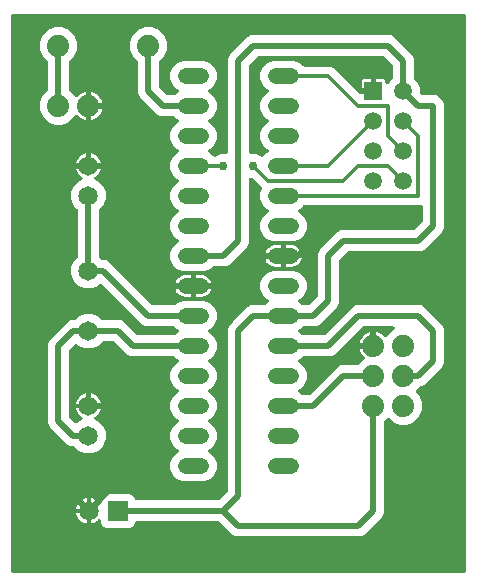
<source format=gbl>
G04 EAGLE Gerber RS-274X export*
G75*
%MOMM*%
%FSLAX34Y34*%
%LPD*%
%INBottom Copper*%
%IPPOS*%
%AMOC8*
5,1,8,0,0,1.08239X$1,22.5*%
G01*
%ADD10C,1.651000*%
%ADD11R,1.651000X1.651000*%
%ADD12C,1.879600*%
%ADD13C,1.320800*%
%ADD14R,1.508000X1.508000*%
%ADD15C,1.508000*%
%ADD16C,0.508000*%
%ADD17C,0.756400*%
%ADD18C,0.304800*%

G36*
X711480Y125226D02*
X711480Y125226D01*
X711506Y125224D01*
X711653Y125246D01*
X711800Y125263D01*
X711825Y125271D01*
X711851Y125275D01*
X711989Y125330D01*
X712128Y125380D01*
X712150Y125394D01*
X712175Y125404D01*
X712296Y125489D01*
X712421Y125569D01*
X712439Y125588D01*
X712461Y125603D01*
X712560Y125713D01*
X712663Y125820D01*
X712677Y125842D01*
X712694Y125862D01*
X712766Y125992D01*
X712842Y126119D01*
X712850Y126144D01*
X712863Y126167D01*
X712903Y126310D01*
X712948Y126451D01*
X712950Y126477D01*
X712958Y126502D01*
X712977Y126746D01*
X712977Y597154D01*
X712974Y597180D01*
X712976Y597206D01*
X712954Y597353D01*
X712937Y597500D01*
X712929Y597525D01*
X712925Y597551D01*
X712870Y597689D01*
X712820Y597828D01*
X712806Y597850D01*
X712796Y597875D01*
X712711Y597996D01*
X712631Y598121D01*
X712612Y598139D01*
X712597Y598161D01*
X712487Y598260D01*
X712380Y598363D01*
X712358Y598377D01*
X712338Y598394D01*
X712208Y598466D01*
X712081Y598542D01*
X712056Y598550D01*
X712033Y598563D01*
X711890Y598603D01*
X711749Y598648D01*
X711723Y598650D01*
X711698Y598658D01*
X711454Y598677D01*
X329946Y598677D01*
X329920Y598674D01*
X329894Y598676D01*
X329747Y598654D01*
X329600Y598637D01*
X329575Y598629D01*
X329549Y598625D01*
X329411Y598570D01*
X329272Y598520D01*
X329250Y598506D01*
X329225Y598496D01*
X329104Y598411D01*
X328979Y598331D01*
X328961Y598312D01*
X328939Y598297D01*
X328840Y598187D01*
X328737Y598080D01*
X328723Y598058D01*
X328706Y598038D01*
X328634Y597908D01*
X328558Y597781D01*
X328550Y597756D01*
X328537Y597733D01*
X328497Y597590D01*
X328452Y597449D01*
X328450Y597423D01*
X328442Y597398D01*
X328423Y597154D01*
X328423Y126746D01*
X328426Y126720D01*
X328424Y126694D01*
X328446Y126547D01*
X328463Y126400D01*
X328471Y126375D01*
X328475Y126349D01*
X328530Y126211D01*
X328580Y126072D01*
X328594Y126050D01*
X328604Y126025D01*
X328689Y125904D01*
X328769Y125779D01*
X328788Y125761D01*
X328803Y125739D01*
X328913Y125640D01*
X329020Y125537D01*
X329042Y125523D01*
X329062Y125506D01*
X329192Y125434D01*
X329319Y125358D01*
X329344Y125350D01*
X329367Y125337D01*
X329510Y125297D01*
X329651Y125252D01*
X329677Y125250D01*
X329702Y125242D01*
X329946Y125223D01*
X711454Y125223D01*
X711480Y125226D01*
G37*
%LPC*%
G36*
X518932Y156209D02*
X518932Y156209D01*
X515664Y157563D01*
X512949Y160278D01*
X504764Y168463D01*
X504665Y168542D01*
X504571Y168626D01*
X504528Y168650D01*
X504491Y168680D01*
X504376Y168734D01*
X504266Y168795D01*
X504219Y168808D01*
X504175Y168829D01*
X504052Y168855D01*
X503930Y168890D01*
X503870Y168895D01*
X503835Y168902D01*
X503787Y168901D01*
X503686Y168909D01*
X434783Y168909D01*
X434708Y168901D01*
X434631Y168902D01*
X434535Y168881D01*
X434437Y168869D01*
X434365Y168844D01*
X434291Y168827D01*
X434202Y168785D01*
X434109Y168752D01*
X434045Y168710D01*
X433976Y168678D01*
X433899Y168616D01*
X433816Y168563D01*
X433763Y168508D01*
X433703Y168460D01*
X433643Y168383D01*
X433574Y168312D01*
X433535Y168247D01*
X433488Y168187D01*
X433419Y168053D01*
X433395Y168013D01*
X433390Y167995D01*
X433376Y167969D01*
X432539Y165948D01*
X430752Y164161D01*
X428418Y163194D01*
X409382Y163194D01*
X407048Y164161D01*
X405261Y165948D01*
X404294Y168282D01*
X404294Y169249D01*
X404283Y169349D01*
X404281Y169450D01*
X404263Y169522D01*
X404254Y169596D01*
X404221Y169690D01*
X404196Y169788D01*
X404162Y169854D01*
X404137Y169924D01*
X404082Y170008D01*
X404036Y170097D01*
X403988Y170154D01*
X403948Y170216D01*
X403876Y170286D01*
X403811Y170363D01*
X403751Y170407D01*
X403697Y170459D01*
X403611Y170510D01*
X403530Y170570D01*
X403462Y170599D01*
X403398Y170638D01*
X403303Y170668D01*
X403210Y170708D01*
X403137Y170721D01*
X403066Y170744D01*
X402966Y170752D01*
X402867Y170770D01*
X402793Y170766D01*
X402719Y170772D01*
X402619Y170757D01*
X402519Y170752D01*
X402448Y170731D01*
X402374Y170720D01*
X402281Y170683D01*
X402184Y170655D01*
X402119Y170619D01*
X402050Y170591D01*
X401968Y170534D01*
X401880Y170485D01*
X401804Y170420D01*
X401764Y170392D01*
X401740Y170366D01*
X401694Y170326D01*
X400933Y169565D01*
X399558Y168567D01*
X398044Y167795D01*
X396428Y167270D01*
X395649Y167147D01*
X395649Y177574D01*
X395646Y177600D01*
X395648Y177626D01*
X395627Y177771D01*
X395630Y177782D01*
X395649Y178026D01*
X395649Y188453D01*
X396428Y188330D01*
X398044Y187805D01*
X399558Y187033D01*
X400933Y186035D01*
X401694Y185274D01*
X401773Y185211D01*
X401845Y185141D01*
X401909Y185103D01*
X401967Y185057D01*
X402058Y185014D01*
X402144Y184962D01*
X402215Y184940D01*
X402282Y184908D01*
X402380Y184887D01*
X402476Y184856D01*
X402550Y184850D01*
X402623Y184835D01*
X402723Y184836D01*
X402823Y184828D01*
X402897Y184839D01*
X402971Y184841D01*
X403068Y184865D01*
X403168Y184880D01*
X403237Y184907D01*
X403309Y184926D01*
X403398Y184972D01*
X403492Y185009D01*
X403553Y185051D01*
X403619Y185085D01*
X403696Y185150D01*
X403778Y185208D01*
X403828Y185263D01*
X403884Y185311D01*
X403944Y185392D01*
X404011Y185466D01*
X404047Y185532D01*
X404092Y185591D01*
X404131Y185683D01*
X404180Y185771D01*
X404200Y185843D01*
X404230Y185911D01*
X404247Y186010D01*
X404275Y186107D01*
X404283Y186207D01*
X404291Y186254D01*
X404289Y186290D01*
X404294Y186351D01*
X404294Y187318D01*
X405261Y189652D01*
X407048Y191439D01*
X409382Y192406D01*
X428418Y192406D01*
X430752Y191439D01*
X432539Y189652D01*
X433376Y187631D01*
X433413Y187564D01*
X433442Y187493D01*
X433498Y187412D01*
X433545Y187326D01*
X433597Y187270D01*
X433640Y187207D01*
X433713Y187141D01*
X433780Y187068D01*
X433843Y187025D01*
X433899Y186974D01*
X433985Y186926D01*
X434066Y186870D01*
X434137Y186842D01*
X434204Y186805D01*
X434299Y186778D01*
X434391Y186742D01*
X434466Y186731D01*
X434540Y186710D01*
X434689Y186698D01*
X434735Y186691D01*
X434754Y186693D01*
X434783Y186691D01*
X503686Y186691D01*
X503812Y186705D01*
X503938Y186712D01*
X503985Y186725D01*
X504033Y186731D01*
X504152Y186773D01*
X504273Y186808D01*
X504315Y186832D01*
X504361Y186848D01*
X504467Y186917D01*
X504577Y186978D01*
X504624Y187018D01*
X504654Y187037D01*
X504687Y187072D01*
X504763Y187137D01*
X511363Y193737D01*
X511442Y193836D01*
X511526Y193929D01*
X511550Y193972D01*
X511580Y194010D01*
X511634Y194124D01*
X511695Y194234D01*
X511708Y194281D01*
X511729Y194325D01*
X511755Y194448D01*
X511790Y194570D01*
X511795Y194631D01*
X511802Y194665D01*
X511801Y194713D01*
X511809Y194814D01*
X511809Y331968D01*
X513163Y335236D01*
X515878Y337951D01*
X525649Y347722D01*
X528364Y350437D01*
X531632Y351791D01*
X542135Y351791D01*
X542261Y351805D01*
X542387Y351812D01*
X542433Y351825D01*
X542481Y351831D01*
X542600Y351873D01*
X542722Y351908D01*
X542764Y351932D01*
X542809Y351948D01*
X542916Y352017D01*
X543026Y352078D01*
X543072Y352118D01*
X543102Y352137D01*
X543136Y352172D01*
X543212Y352237D01*
X544858Y353882D01*
X545607Y354193D01*
X545694Y354241D01*
X545787Y354281D01*
X545846Y354326D01*
X545911Y354362D01*
X545986Y354429D01*
X546066Y354489D01*
X546114Y354546D01*
X546169Y354596D01*
X546226Y354679D01*
X546291Y354755D01*
X546325Y354822D01*
X546368Y354883D01*
X546404Y354976D01*
X546450Y355066D01*
X546468Y355138D01*
X546495Y355207D01*
X546510Y355307D01*
X546534Y355404D01*
X546535Y355478D01*
X546546Y355552D01*
X546538Y355652D01*
X546539Y355752D01*
X546523Y355825D01*
X546517Y355899D01*
X546486Y355995D01*
X546465Y356093D01*
X546433Y356160D01*
X546410Y356231D01*
X546358Y356317D01*
X546315Y356408D01*
X546269Y356466D01*
X546231Y356529D01*
X546161Y356601D01*
X546098Y356680D01*
X546040Y356726D01*
X545988Y356779D01*
X545903Y356834D01*
X545824Y356896D01*
X545735Y356942D01*
X545694Y356968D01*
X545661Y356980D01*
X545607Y357007D01*
X544858Y357318D01*
X541214Y360962D01*
X539241Y365723D01*
X539241Y370877D01*
X541214Y375638D01*
X544858Y379282D01*
X549619Y381255D01*
X567981Y381255D01*
X572742Y379282D01*
X576386Y375638D01*
X578359Y370877D01*
X578359Y365723D01*
X576386Y360962D01*
X572742Y357318D01*
X571993Y357007D01*
X571906Y356958D01*
X571813Y356918D01*
X571754Y356874D01*
X571689Y356838D01*
X571614Y356770D01*
X571534Y356711D01*
X571486Y356654D01*
X571431Y356604D01*
X571374Y356521D01*
X571309Y356445D01*
X571275Y356378D01*
X571232Y356317D01*
X571196Y356224D01*
X571150Y356134D01*
X571132Y356062D01*
X571105Y355993D01*
X571090Y355893D01*
X571066Y355796D01*
X571065Y355722D01*
X571054Y355648D01*
X571062Y355548D01*
X571061Y355448D01*
X571077Y355375D01*
X571083Y355301D01*
X571114Y355205D01*
X571135Y355107D01*
X571167Y355040D01*
X571190Y354969D01*
X571242Y354883D01*
X571285Y354792D01*
X571331Y354734D01*
X571369Y354671D01*
X571440Y354598D01*
X571502Y354520D01*
X571560Y354474D01*
X571612Y354421D01*
X571697Y354366D01*
X571776Y354304D01*
X571865Y354258D01*
X571906Y354232D01*
X571939Y354220D01*
X571993Y354193D01*
X572742Y353882D01*
X574388Y352237D01*
X574487Y352158D01*
X574581Y352074D01*
X574623Y352050D01*
X574661Y352020D01*
X574775Y351966D01*
X574886Y351905D01*
X574932Y351892D01*
X574976Y351871D01*
X575099Y351845D01*
X575221Y351810D01*
X575282Y351805D01*
X575317Y351798D01*
X575365Y351799D01*
X575465Y351791D01*
X579886Y351791D01*
X580012Y351805D01*
X580138Y351812D01*
X580185Y351825D01*
X580233Y351831D01*
X580352Y351873D01*
X580473Y351908D01*
X580515Y351932D01*
X580561Y351948D01*
X580667Y352017D01*
X580777Y352078D01*
X580824Y352118D01*
X580854Y352137D01*
X580887Y352172D01*
X580963Y352237D01*
X587563Y358837D01*
X587642Y358936D01*
X587726Y359029D01*
X587750Y359072D01*
X587780Y359110D01*
X587834Y359224D01*
X587895Y359334D01*
X587908Y359381D01*
X587929Y359425D01*
X587955Y359548D01*
X587990Y359670D01*
X587995Y359731D01*
X588002Y359765D01*
X588001Y359813D01*
X588009Y359914D01*
X588009Y395468D01*
X589363Y398736D01*
X601849Y411222D01*
X604564Y413937D01*
X607832Y415291D01*
X668786Y415291D01*
X668912Y415305D01*
X669038Y415312D01*
X669085Y415325D01*
X669133Y415331D01*
X669252Y415373D01*
X669373Y415408D01*
X669415Y415432D01*
X669461Y415448D01*
X669567Y415517D01*
X669677Y415578D01*
X669724Y415618D01*
X669754Y415637D01*
X669787Y415672D01*
X669863Y415737D01*
X676463Y422337D01*
X676542Y422436D01*
X676626Y422529D01*
X676650Y422572D01*
X676680Y422610D01*
X676734Y422724D01*
X676795Y422834D01*
X676808Y422881D01*
X676829Y422925D01*
X676855Y423048D01*
X676890Y423170D01*
X676895Y423231D01*
X676902Y423265D01*
X676901Y423313D01*
X676909Y423414D01*
X676909Y435275D01*
X676892Y435424D01*
X676880Y435574D01*
X676872Y435597D01*
X676869Y435621D01*
X676819Y435762D01*
X676772Y435905D01*
X676760Y435926D01*
X676752Y435949D01*
X676670Y436075D01*
X676593Y436204D01*
X676576Y436221D01*
X676563Y436242D01*
X676455Y436346D01*
X676350Y436454D01*
X676330Y436467D01*
X676312Y436484D01*
X676183Y436561D01*
X676057Y436642D01*
X676034Y436650D01*
X676013Y436663D01*
X675870Y436709D01*
X675728Y436759D01*
X675704Y436762D01*
X675681Y436769D01*
X675532Y436781D01*
X675382Y436798D01*
X675358Y436795D01*
X675334Y436797D01*
X675185Y436775D01*
X675036Y436757D01*
X675008Y436748D01*
X674989Y436745D01*
X674945Y436728D01*
X674803Y436682D01*
X674666Y436625D01*
X576481Y436625D01*
X576355Y436611D01*
X576229Y436604D01*
X576183Y436591D01*
X576135Y436585D01*
X576016Y436543D01*
X575894Y436508D01*
X575852Y436484D01*
X575807Y436468D01*
X575700Y436399D01*
X575590Y436338D01*
X575544Y436298D01*
X575514Y436279D01*
X575480Y436244D01*
X575404Y436179D01*
X572742Y433518D01*
X571993Y433207D01*
X571906Y433158D01*
X571813Y433118D01*
X571754Y433074D01*
X571689Y433038D01*
X571614Y432970D01*
X571534Y432911D01*
X571486Y432854D01*
X571431Y432804D01*
X571374Y432721D01*
X571309Y432645D01*
X571275Y432578D01*
X571232Y432517D01*
X571196Y432424D01*
X571150Y432334D01*
X571132Y432262D01*
X571105Y432193D01*
X571090Y432093D01*
X571066Y431996D01*
X571065Y431922D01*
X571054Y431848D01*
X571062Y431748D01*
X571061Y431648D01*
X571077Y431575D01*
X571083Y431501D01*
X571114Y431405D01*
X571135Y431307D01*
X571167Y431240D01*
X571190Y431169D01*
X571242Y431083D01*
X571285Y430992D01*
X571331Y430934D01*
X571369Y430871D01*
X571440Y430798D01*
X571502Y430720D01*
X571560Y430674D01*
X571612Y430621D01*
X571697Y430566D01*
X571776Y430504D01*
X571865Y430458D01*
X571906Y430432D01*
X571939Y430420D01*
X571993Y430393D01*
X572742Y430082D01*
X576386Y426438D01*
X578359Y421677D01*
X578359Y416523D01*
X576386Y411762D01*
X572742Y408118D01*
X567981Y406145D01*
X549619Y406145D01*
X544858Y408118D01*
X541214Y411762D01*
X539241Y416523D01*
X539241Y421677D01*
X541214Y426438D01*
X544858Y430082D01*
X545607Y430393D01*
X545694Y430441D01*
X545787Y430481D01*
X545846Y430526D01*
X545911Y430562D01*
X545986Y430629D01*
X546066Y430689D01*
X546114Y430746D01*
X546169Y430796D01*
X546226Y430879D01*
X546291Y430955D01*
X546325Y431022D01*
X546368Y431083D01*
X546404Y431176D01*
X546450Y431266D01*
X546468Y431338D01*
X546495Y431407D01*
X546510Y431507D01*
X546534Y431604D01*
X546535Y431678D01*
X546546Y431752D01*
X546538Y431852D01*
X546539Y431952D01*
X546523Y432025D01*
X546517Y432099D01*
X546486Y432195D01*
X546465Y432293D01*
X546433Y432360D01*
X546410Y432431D01*
X546358Y432517D01*
X546315Y432608D01*
X546269Y432666D01*
X546231Y432729D01*
X546161Y432801D01*
X546098Y432880D01*
X546040Y432926D01*
X545988Y432979D01*
X545903Y433034D01*
X545824Y433096D01*
X545735Y433142D01*
X545694Y433168D01*
X545661Y433180D01*
X545607Y433207D01*
X544858Y433518D01*
X541214Y437162D01*
X539241Y441923D01*
X539241Y447077D01*
X540564Y450270D01*
X540585Y450343D01*
X540615Y450413D01*
X540632Y450510D01*
X540659Y450605D01*
X540663Y450681D01*
X540677Y450756D01*
X540672Y450855D01*
X540676Y450953D01*
X540663Y451028D01*
X540659Y451105D01*
X540632Y451199D01*
X540614Y451296D01*
X540583Y451366D01*
X540562Y451439D01*
X540514Y451525D01*
X540475Y451615D01*
X540429Y451677D01*
X540392Y451744D01*
X540295Y451857D01*
X540267Y451895D01*
X540253Y451908D01*
X540234Y451930D01*
X532842Y459321D01*
X532743Y459400D01*
X532649Y459484D01*
X532607Y459508D01*
X532569Y459538D01*
X532455Y459592D01*
X532344Y459653D01*
X532298Y459666D01*
X532254Y459687D01*
X532131Y459713D01*
X532009Y459748D01*
X531948Y459753D01*
X531913Y459760D01*
X531865Y459759D01*
X531765Y459767D01*
X531114Y459767D01*
X531088Y459764D01*
X531062Y459766D01*
X530915Y459744D01*
X530768Y459727D01*
X530743Y459719D01*
X530717Y459715D01*
X530579Y459660D01*
X530440Y459610D01*
X530418Y459596D01*
X530393Y459586D01*
X530272Y459501D01*
X530147Y459421D01*
X530129Y459402D01*
X530107Y459387D01*
X530008Y459277D01*
X529905Y459170D01*
X529891Y459148D01*
X529874Y459128D01*
X529802Y458998D01*
X529726Y458871D01*
X529718Y458846D01*
X529705Y458823D01*
X529665Y458680D01*
X529620Y458539D01*
X529618Y458513D01*
X529610Y458488D01*
X529591Y458244D01*
X529591Y404632D01*
X528237Y401364D01*
X513036Y386163D01*
X509768Y384809D01*
X499265Y384809D01*
X499139Y384795D01*
X499013Y384788D01*
X498967Y384775D01*
X498919Y384769D01*
X498800Y384727D01*
X498678Y384692D01*
X498636Y384668D01*
X498591Y384652D01*
X498484Y384583D01*
X498374Y384522D01*
X498328Y384482D01*
X498298Y384463D01*
X498264Y384428D01*
X498188Y384363D01*
X496542Y382718D01*
X491781Y380745D01*
X473419Y380745D01*
X468658Y382718D01*
X465014Y386362D01*
X463041Y391123D01*
X463041Y396277D01*
X465014Y401038D01*
X468658Y404682D01*
X469407Y404993D01*
X469494Y405042D01*
X469587Y405082D01*
X469646Y405126D01*
X469711Y405162D01*
X469786Y405230D01*
X469866Y405289D01*
X469914Y405346D01*
X469969Y405396D01*
X470026Y405479D01*
X470091Y405555D01*
X470125Y405622D01*
X470168Y405683D01*
X470204Y405776D01*
X470250Y405866D01*
X470268Y405938D01*
X470295Y406007D01*
X470310Y406107D01*
X470334Y406204D01*
X470335Y406278D01*
X470346Y406352D01*
X470338Y406452D01*
X470339Y406552D01*
X470323Y406625D01*
X470317Y406699D01*
X470286Y406795D01*
X470265Y406893D01*
X470233Y406960D01*
X470210Y407031D01*
X470158Y407117D01*
X470115Y407208D01*
X470069Y407266D01*
X470031Y407329D01*
X469960Y407402D01*
X469898Y407480D01*
X469840Y407526D01*
X469788Y407579D01*
X469703Y407634D01*
X469624Y407696D01*
X469535Y407742D01*
X469494Y407768D01*
X469461Y407780D01*
X469407Y407807D01*
X468658Y408118D01*
X465014Y411762D01*
X463041Y416523D01*
X463041Y421677D01*
X465014Y426438D01*
X468658Y430082D01*
X469407Y430393D01*
X469494Y430442D01*
X469587Y430482D01*
X469646Y430526D01*
X469711Y430562D01*
X469786Y430630D01*
X469866Y430689D01*
X469914Y430746D01*
X469969Y430796D01*
X470026Y430879D01*
X470091Y430955D01*
X470125Y431022D01*
X470168Y431083D01*
X470204Y431176D01*
X470250Y431266D01*
X470268Y431338D01*
X470295Y431407D01*
X470310Y431507D01*
X470334Y431604D01*
X470335Y431678D01*
X470346Y431752D01*
X470338Y431852D01*
X470339Y431952D01*
X470323Y432025D01*
X470317Y432099D01*
X470286Y432195D01*
X470265Y432293D01*
X470233Y432360D01*
X470210Y432431D01*
X470158Y432517D01*
X470115Y432608D01*
X470069Y432666D01*
X470031Y432729D01*
X469960Y432802D01*
X469898Y432880D01*
X469840Y432926D01*
X469788Y432979D01*
X469703Y433034D01*
X469624Y433096D01*
X469535Y433142D01*
X469494Y433168D01*
X469461Y433180D01*
X469407Y433207D01*
X468658Y433518D01*
X465014Y437162D01*
X463041Y441923D01*
X463041Y447077D01*
X465014Y451838D01*
X468658Y455482D01*
X469407Y455793D01*
X469494Y455842D01*
X469587Y455882D01*
X469646Y455926D01*
X469711Y455962D01*
X469786Y456030D01*
X469866Y456089D01*
X469914Y456146D01*
X469969Y456196D01*
X470026Y456279D01*
X470091Y456355D01*
X470125Y456422D01*
X470168Y456483D01*
X470204Y456576D01*
X470250Y456666D01*
X470268Y456738D01*
X470295Y456807D01*
X470310Y456907D01*
X470334Y457004D01*
X470335Y457078D01*
X470346Y457152D01*
X470338Y457252D01*
X470339Y457352D01*
X470323Y457425D01*
X470317Y457499D01*
X470286Y457595D01*
X470265Y457693D01*
X470233Y457760D01*
X470210Y457831D01*
X470158Y457917D01*
X470115Y458008D01*
X470069Y458066D01*
X470031Y458129D01*
X469960Y458202D01*
X469898Y458280D01*
X469840Y458326D01*
X469788Y458379D01*
X469703Y458434D01*
X469624Y458496D01*
X469535Y458542D01*
X469494Y458568D01*
X469461Y458580D01*
X469407Y458607D01*
X468658Y458918D01*
X465014Y462562D01*
X463041Y467323D01*
X463041Y472477D01*
X465014Y477238D01*
X468658Y480882D01*
X469407Y481193D01*
X469494Y481242D01*
X469587Y481282D01*
X469646Y481326D01*
X469711Y481362D01*
X469786Y481430D01*
X469866Y481489D01*
X469914Y481546D01*
X469969Y481596D01*
X470026Y481679D01*
X470091Y481755D01*
X470125Y481822D01*
X470168Y481883D01*
X470204Y481976D01*
X470250Y482066D01*
X470268Y482138D01*
X470295Y482207D01*
X470310Y482307D01*
X470334Y482404D01*
X470335Y482478D01*
X470346Y482552D01*
X470338Y482652D01*
X470339Y482752D01*
X470323Y482825D01*
X470317Y482899D01*
X470286Y482995D01*
X470265Y483093D01*
X470233Y483160D01*
X470210Y483231D01*
X470158Y483317D01*
X470115Y483408D01*
X470069Y483466D01*
X470031Y483529D01*
X469960Y483602D01*
X469898Y483680D01*
X469840Y483726D01*
X469788Y483779D01*
X469703Y483834D01*
X469624Y483896D01*
X469535Y483942D01*
X469494Y483968D01*
X469461Y483980D01*
X469407Y484007D01*
X468658Y484318D01*
X465014Y487962D01*
X463041Y492723D01*
X463041Y497877D01*
X465014Y502638D01*
X468658Y506282D01*
X469407Y506593D01*
X469494Y506642D01*
X469587Y506682D01*
X469646Y506726D01*
X469711Y506762D01*
X469786Y506830D01*
X469866Y506889D01*
X469914Y506946D01*
X469969Y506996D01*
X470026Y507079D01*
X470091Y507155D01*
X470125Y507222D01*
X470168Y507283D01*
X470204Y507376D01*
X470250Y507466D01*
X470268Y507538D01*
X470295Y507607D01*
X470310Y507707D01*
X470334Y507804D01*
X470335Y507878D01*
X470346Y507952D01*
X470338Y508052D01*
X470339Y508152D01*
X470323Y508225D01*
X470317Y508299D01*
X470286Y508395D01*
X470265Y508493D01*
X470233Y508560D01*
X470210Y508631D01*
X470158Y508717D01*
X470115Y508808D01*
X470069Y508866D01*
X470031Y508929D01*
X469960Y509002D01*
X469898Y509080D01*
X469840Y509126D01*
X469788Y509179D01*
X469703Y509234D01*
X469624Y509296D01*
X469535Y509342D01*
X469494Y509368D01*
X469461Y509380D01*
X469407Y509407D01*
X468658Y509718D01*
X467012Y511363D01*
X466913Y511442D01*
X466819Y511526D01*
X466777Y511550D01*
X466739Y511580D01*
X466625Y511634D01*
X466514Y511695D01*
X466468Y511708D01*
X466424Y511729D01*
X466301Y511755D01*
X466179Y511790D01*
X466118Y511795D01*
X466083Y511802D01*
X466035Y511801D01*
X465935Y511809D01*
X455432Y511809D01*
X452164Y513163D01*
X436963Y528364D01*
X435609Y531632D01*
X435609Y557488D01*
X435595Y557613D01*
X435588Y557740D01*
X435575Y557786D01*
X435569Y557834D01*
X435527Y557953D01*
X435492Y558074D01*
X435468Y558117D01*
X435452Y558162D01*
X435383Y558268D01*
X435322Y558379D01*
X435282Y558425D01*
X435263Y558455D01*
X435228Y558488D01*
X435163Y558565D01*
X431149Y562579D01*
X428751Y568367D01*
X428751Y574633D01*
X431149Y580421D01*
X435579Y584851D01*
X441367Y587249D01*
X447633Y587249D01*
X453421Y584851D01*
X457851Y580421D01*
X460249Y574633D01*
X460249Y568367D01*
X457851Y562579D01*
X453837Y558565D01*
X453758Y558466D01*
X453674Y558372D01*
X453650Y558330D01*
X453620Y558292D01*
X453566Y558178D01*
X453505Y558067D01*
X453492Y558020D01*
X453471Y557977D01*
X453445Y557853D01*
X453410Y557732D01*
X453405Y557671D01*
X453398Y557636D01*
X453399Y557588D01*
X453391Y557488D01*
X453391Y537714D01*
X453405Y537588D01*
X453412Y537462D01*
X453425Y537415D01*
X453431Y537367D01*
X453473Y537248D01*
X453508Y537127D01*
X453532Y537085D01*
X453548Y537039D01*
X453617Y536933D01*
X453678Y536823D01*
X453718Y536776D01*
X453737Y536746D01*
X453772Y536713D01*
X453837Y536637D01*
X460437Y530037D01*
X460536Y529958D01*
X460629Y529874D01*
X460672Y529850D01*
X460710Y529820D01*
X460824Y529766D01*
X460934Y529705D01*
X460981Y529692D01*
X461025Y529671D01*
X461148Y529645D01*
X461270Y529610D01*
X461331Y529605D01*
X461365Y529598D01*
X461413Y529599D01*
X461514Y529591D01*
X465935Y529591D01*
X466061Y529605D01*
X466187Y529612D01*
X466233Y529625D01*
X466281Y529631D01*
X466400Y529673D01*
X466522Y529708D01*
X466564Y529732D01*
X466609Y529748D01*
X466716Y529817D01*
X466826Y529878D01*
X466872Y529918D01*
X466902Y529937D01*
X466936Y529972D01*
X467012Y530037D01*
X468658Y531682D01*
X469407Y531993D01*
X469494Y532042D01*
X469587Y532082D01*
X469646Y532126D01*
X469711Y532162D01*
X469786Y532230D01*
X469866Y532289D01*
X469914Y532346D01*
X469969Y532396D01*
X470026Y532479D01*
X470091Y532555D01*
X470125Y532622D01*
X470168Y532683D01*
X470204Y532776D01*
X470250Y532866D01*
X470268Y532938D01*
X470295Y533007D01*
X470310Y533107D01*
X470334Y533204D01*
X470335Y533278D01*
X470346Y533352D01*
X470338Y533452D01*
X470339Y533552D01*
X470323Y533625D01*
X470317Y533699D01*
X470286Y533795D01*
X470265Y533893D01*
X470233Y533960D01*
X470210Y534031D01*
X470158Y534117D01*
X470115Y534208D01*
X470069Y534266D01*
X470031Y534329D01*
X469960Y534402D01*
X469898Y534480D01*
X469840Y534526D01*
X469788Y534579D01*
X469703Y534634D01*
X469624Y534696D01*
X469535Y534742D01*
X469494Y534768D01*
X469461Y534780D01*
X469407Y534807D01*
X468658Y535118D01*
X465014Y538762D01*
X463041Y543523D01*
X463041Y548677D01*
X465014Y553438D01*
X468658Y557082D01*
X473419Y559055D01*
X491781Y559055D01*
X496542Y557082D01*
X500186Y553438D01*
X502159Y548677D01*
X502159Y543523D01*
X500186Y538762D01*
X496542Y535118D01*
X495793Y534807D01*
X495706Y534759D01*
X495613Y534719D01*
X495554Y534674D01*
X495489Y534638D01*
X495414Y534571D01*
X495334Y534511D01*
X495286Y534454D01*
X495231Y534404D01*
X495174Y534321D01*
X495109Y534245D01*
X495075Y534178D01*
X495032Y534117D01*
X494996Y534024D01*
X494950Y533934D01*
X494932Y533862D01*
X494905Y533793D01*
X494890Y533693D01*
X494866Y533596D01*
X494865Y533522D01*
X494854Y533448D01*
X494862Y533348D01*
X494861Y533248D01*
X494877Y533175D01*
X494883Y533101D01*
X494914Y533005D01*
X494935Y532907D01*
X494967Y532840D01*
X494990Y532769D01*
X495042Y532683D01*
X495085Y532592D01*
X495131Y532534D01*
X495169Y532471D01*
X495239Y532399D01*
X495302Y532320D01*
X495360Y532274D01*
X495412Y532221D01*
X495497Y532166D01*
X495576Y532104D01*
X495665Y532058D01*
X495706Y532032D01*
X495739Y532020D01*
X495793Y531993D01*
X496542Y531682D01*
X500186Y528038D01*
X502159Y523277D01*
X502159Y518123D01*
X500186Y513362D01*
X496542Y509718D01*
X495793Y509407D01*
X495706Y509359D01*
X495613Y509319D01*
X495554Y509274D01*
X495489Y509238D01*
X495414Y509171D01*
X495334Y509111D01*
X495286Y509054D01*
X495231Y509004D01*
X495174Y508921D01*
X495109Y508845D01*
X495075Y508778D01*
X495032Y508717D01*
X494996Y508624D01*
X494950Y508534D01*
X494932Y508462D01*
X494905Y508393D01*
X494890Y508293D01*
X494866Y508196D01*
X494865Y508122D01*
X494854Y508048D01*
X494862Y507948D01*
X494861Y507848D01*
X494877Y507775D01*
X494883Y507701D01*
X494914Y507605D01*
X494935Y507507D01*
X494967Y507440D01*
X494990Y507369D01*
X495042Y507283D01*
X495085Y507192D01*
X495131Y507134D01*
X495169Y507071D01*
X495239Y506999D01*
X495302Y506920D01*
X495360Y506874D01*
X495412Y506821D01*
X495497Y506766D01*
X495576Y506704D01*
X495665Y506658D01*
X495706Y506632D01*
X495739Y506620D01*
X495793Y506593D01*
X496542Y506282D01*
X500186Y502638D01*
X502159Y497877D01*
X502159Y492723D01*
X500186Y487962D01*
X496542Y484318D01*
X495793Y484007D01*
X495706Y483959D01*
X495613Y483919D01*
X495554Y483874D01*
X495489Y483838D01*
X495414Y483771D01*
X495334Y483711D01*
X495286Y483654D01*
X495231Y483604D01*
X495174Y483521D01*
X495109Y483445D01*
X495075Y483378D01*
X495032Y483317D01*
X494996Y483224D01*
X494950Y483134D01*
X494932Y483062D01*
X494905Y482993D01*
X494890Y482893D01*
X494866Y482796D01*
X494865Y482722D01*
X494854Y482648D01*
X494862Y482548D01*
X494861Y482448D01*
X494877Y482375D01*
X494883Y482301D01*
X494914Y482205D01*
X494935Y482107D01*
X494967Y482040D01*
X494990Y481969D01*
X495042Y481883D01*
X495085Y481792D01*
X495131Y481734D01*
X495169Y481671D01*
X495239Y481599D01*
X495302Y481520D01*
X495360Y481474D01*
X495412Y481421D01*
X495497Y481366D01*
X495576Y481304D01*
X495665Y481258D01*
X495706Y481232D01*
X495739Y481220D01*
X495793Y481193D01*
X496542Y480882D01*
X499204Y478221D01*
X499303Y478142D01*
X499397Y478058D01*
X499439Y478034D01*
X499477Y478004D01*
X499591Y477950D01*
X499702Y477889D01*
X499748Y477876D01*
X499792Y477855D01*
X499915Y477829D01*
X500037Y477794D01*
X500098Y477789D01*
X500133Y477782D01*
X500181Y477783D01*
X500281Y477775D01*
X500914Y477775D01*
X501040Y477789D01*
X501166Y477796D01*
X501212Y477809D01*
X501260Y477815D01*
X501379Y477857D01*
X501501Y477892D01*
X501543Y477916D01*
X501588Y477932D01*
X501694Y478001D01*
X501805Y478062D01*
X501851Y478102D01*
X501881Y478121D01*
X501915Y478156D01*
X501991Y478221D01*
X502260Y478490D01*
X505984Y480033D01*
X510286Y480033D01*
X510312Y480036D01*
X510338Y480034D01*
X510485Y480056D01*
X510632Y480073D01*
X510657Y480081D01*
X510683Y480085D01*
X510821Y480140D01*
X510960Y480190D01*
X510982Y480204D01*
X511007Y480214D01*
X511128Y480299D01*
X511253Y480379D01*
X511271Y480398D01*
X511293Y480413D01*
X511392Y480523D01*
X511495Y480630D01*
X511509Y480652D01*
X511526Y480672D01*
X511598Y480802D01*
X511674Y480929D01*
X511682Y480954D01*
X511695Y480977D01*
X511735Y481120D01*
X511780Y481261D01*
X511782Y481287D01*
X511790Y481312D01*
X511809Y481556D01*
X511809Y560568D01*
X513163Y563836D01*
X525649Y576322D01*
X528364Y579037D01*
X531632Y580391D01*
X649468Y580391D01*
X652736Y579037D01*
X667937Y563836D01*
X669291Y560568D01*
X669291Y544785D01*
X669305Y544659D01*
X669312Y544533D01*
X669325Y544486D01*
X669331Y544438D01*
X669373Y544320D01*
X669408Y544198D01*
X669432Y544156D01*
X669448Y544110D01*
X669517Y544004D01*
X669578Y543894D01*
X669618Y543848D01*
X669637Y543818D01*
X669672Y543784D01*
X669737Y543708D01*
X672176Y541269D01*
X674291Y536163D01*
X674291Y532714D01*
X674305Y532588D01*
X674312Y532462D01*
X674325Y532415D01*
X674331Y532367D01*
X674373Y532248D01*
X674408Y532127D01*
X674432Y532085D01*
X674448Y532039D01*
X674517Y531933D01*
X674578Y531823D01*
X674618Y531776D01*
X674637Y531746D01*
X674672Y531713D01*
X674737Y531637D01*
X676337Y530037D01*
X676436Y529958D01*
X676529Y529874D01*
X676572Y529850D01*
X676610Y529820D01*
X676724Y529766D01*
X676834Y529705D01*
X676881Y529692D01*
X676925Y529671D01*
X677048Y529645D01*
X677170Y529610D01*
X677231Y529605D01*
X677265Y529598D01*
X677313Y529599D01*
X677414Y529591D01*
X687568Y529591D01*
X690836Y528237D01*
X693337Y525736D01*
X694691Y522468D01*
X694691Y417332D01*
X693337Y414064D01*
X678136Y398863D01*
X674868Y397509D01*
X613914Y397509D01*
X613788Y397495D01*
X613662Y397488D01*
X613615Y397475D01*
X613567Y397469D01*
X613448Y397427D01*
X613327Y397392D01*
X613285Y397368D01*
X613239Y397352D01*
X613133Y397283D01*
X613023Y397222D01*
X612976Y397182D01*
X612946Y397163D01*
X612913Y397128D01*
X612837Y397063D01*
X606237Y390463D01*
X606158Y390364D01*
X606074Y390271D01*
X606050Y390228D01*
X606020Y390190D01*
X605966Y390076D01*
X605905Y389966D01*
X605892Y389919D01*
X605871Y389875D01*
X605845Y389752D01*
X605810Y389630D01*
X605805Y389569D01*
X605798Y389535D01*
X605799Y389487D01*
X605791Y389386D01*
X605791Y353832D01*
X604437Y350564D01*
X589236Y335363D01*
X585968Y334009D01*
X575465Y334009D01*
X575339Y333995D01*
X575213Y333988D01*
X575167Y333975D01*
X575119Y333969D01*
X575000Y333927D01*
X574878Y333892D01*
X574836Y333868D01*
X574791Y333852D01*
X574684Y333783D01*
X574574Y333722D01*
X574528Y333682D01*
X574498Y333663D01*
X574464Y333628D01*
X574388Y333563D01*
X572742Y331918D01*
X571993Y331607D01*
X571906Y331558D01*
X571813Y331518D01*
X571754Y331474D01*
X571689Y331438D01*
X571614Y331370D01*
X571534Y331311D01*
X571486Y331254D01*
X571431Y331204D01*
X571374Y331121D01*
X571309Y331045D01*
X571275Y330978D01*
X571232Y330917D01*
X571196Y330824D01*
X571150Y330734D01*
X571132Y330662D01*
X571105Y330593D01*
X571090Y330493D01*
X571066Y330396D01*
X571065Y330322D01*
X571054Y330248D01*
X571062Y330148D01*
X571061Y330048D01*
X571077Y329975D01*
X571083Y329901D01*
X571114Y329805D01*
X571135Y329707D01*
X571167Y329640D01*
X571190Y329569D01*
X571242Y329483D01*
X571285Y329392D01*
X571331Y329334D01*
X571369Y329271D01*
X571440Y329198D01*
X571502Y329120D01*
X571560Y329074D01*
X571612Y329021D01*
X571697Y328966D01*
X571776Y328904D01*
X571865Y328858D01*
X571906Y328832D01*
X571939Y328820D01*
X571993Y328793D01*
X572742Y328482D01*
X574388Y326837D01*
X574487Y326758D01*
X574581Y326674D01*
X574623Y326650D01*
X574661Y326620D01*
X574775Y326566D01*
X574886Y326505D01*
X574932Y326492D01*
X574976Y326471D01*
X575099Y326445D01*
X575221Y326410D01*
X575282Y326405D01*
X575317Y326398D01*
X575365Y326399D01*
X575465Y326391D01*
X592586Y326391D01*
X592712Y326405D01*
X592838Y326412D01*
X592885Y326425D01*
X592933Y326431D01*
X593052Y326473D01*
X593173Y326508D01*
X593215Y326532D01*
X593261Y326548D01*
X593367Y326617D01*
X593477Y326678D01*
X593524Y326718D01*
X593554Y326737D01*
X593587Y326772D01*
X593663Y326837D01*
X617264Y350437D01*
X620532Y351791D01*
X674868Y351791D01*
X678136Y350437D01*
X693337Y335236D01*
X694691Y331968D01*
X694691Y303032D01*
X693337Y299764D01*
X678136Y284563D01*
X674868Y283209D01*
X674412Y283209D01*
X674287Y283195D01*
X674160Y283188D01*
X674114Y283175D01*
X674066Y283169D01*
X673947Y283127D01*
X673826Y283092D01*
X673783Y283068D01*
X673738Y283052D01*
X673632Y282983D01*
X673521Y282922D01*
X673475Y282882D01*
X673445Y282863D01*
X673412Y282828D01*
X673335Y282763D01*
X671049Y280477D01*
X671033Y280457D01*
X671013Y280440D01*
X670925Y280320D01*
X670833Y280204D01*
X670821Y280180D01*
X670806Y280159D01*
X670747Y280023D01*
X670684Y279889D01*
X670678Y279863D01*
X670668Y279839D01*
X670641Y279693D01*
X670610Y279548D01*
X670611Y279522D01*
X670606Y279496D01*
X670614Y279348D01*
X670616Y279200D01*
X670623Y279174D01*
X670624Y279148D01*
X670665Y279006D01*
X670701Y278862D01*
X670713Y278839D01*
X670721Y278813D01*
X670793Y278684D01*
X670861Y278552D01*
X670878Y278532D01*
X670891Y278509D01*
X671049Y278323D01*
X673751Y275621D01*
X676149Y269833D01*
X676149Y263567D01*
X673751Y257779D01*
X669321Y253349D01*
X663533Y250951D01*
X657267Y250951D01*
X651479Y253349D01*
X648777Y256051D01*
X648757Y256067D01*
X648740Y256087D01*
X648620Y256175D01*
X648504Y256267D01*
X648480Y256279D01*
X648459Y256294D01*
X648323Y256353D01*
X648189Y256416D01*
X648163Y256422D01*
X648139Y256432D01*
X647993Y256459D01*
X647848Y256490D01*
X647822Y256489D01*
X647796Y256494D01*
X647648Y256486D01*
X647500Y256484D01*
X647474Y256477D01*
X647448Y256476D01*
X647306Y256435D01*
X647162Y256399D01*
X647139Y256387D01*
X647113Y256379D01*
X646984Y256307D01*
X646852Y256239D01*
X646832Y256222D01*
X646809Y256209D01*
X646623Y256051D01*
X644337Y253765D01*
X644258Y253666D01*
X644174Y253572D01*
X644150Y253530D01*
X644120Y253492D01*
X644066Y253378D01*
X644005Y253267D01*
X643992Y253220D01*
X643971Y253177D01*
X643945Y253053D01*
X643910Y252931D01*
X643905Y252871D01*
X643898Y252836D01*
X643899Y252788D01*
X643891Y252688D01*
X643891Y176032D01*
X642537Y172764D01*
X627336Y157563D01*
X624068Y156209D01*
X518932Y156209D01*
G37*
%LPD*%
%LPC*%
G36*
X473419Y202945D02*
X473419Y202945D01*
X468658Y204918D01*
X465014Y208562D01*
X463041Y213323D01*
X463041Y218477D01*
X465014Y223238D01*
X468658Y226882D01*
X469407Y227193D01*
X469494Y227242D01*
X469587Y227282D01*
X469646Y227326D01*
X469711Y227362D01*
X469786Y227430D01*
X469866Y227489D01*
X469914Y227546D01*
X469969Y227596D01*
X470026Y227679D01*
X470091Y227755D01*
X470125Y227822D01*
X470168Y227883D01*
X470204Y227976D01*
X470250Y228066D01*
X470268Y228138D01*
X470295Y228207D01*
X470310Y228307D01*
X470334Y228404D01*
X470335Y228478D01*
X470346Y228552D01*
X470338Y228652D01*
X470339Y228752D01*
X470323Y228825D01*
X470317Y228899D01*
X470286Y228995D01*
X470265Y229093D01*
X470233Y229160D01*
X470210Y229231D01*
X470158Y229317D01*
X470115Y229408D01*
X470069Y229466D01*
X470031Y229529D01*
X469960Y229602D01*
X469898Y229680D01*
X469840Y229726D01*
X469788Y229779D01*
X469703Y229834D01*
X469624Y229896D01*
X469535Y229942D01*
X469494Y229968D01*
X469461Y229980D01*
X469407Y230007D01*
X468658Y230318D01*
X465014Y233962D01*
X463041Y238723D01*
X463041Y243877D01*
X465014Y248638D01*
X468658Y252282D01*
X469407Y252593D01*
X469494Y252642D01*
X469587Y252682D01*
X469646Y252726D01*
X469711Y252762D01*
X469786Y252830D01*
X469866Y252889D01*
X469914Y252946D01*
X469969Y252996D01*
X470026Y253079D01*
X470091Y253155D01*
X470125Y253222D01*
X470168Y253283D01*
X470204Y253376D01*
X470250Y253466D01*
X470268Y253538D01*
X470295Y253607D01*
X470310Y253707D01*
X470334Y253804D01*
X470335Y253878D01*
X470346Y253952D01*
X470338Y254052D01*
X470339Y254152D01*
X470323Y254225D01*
X470317Y254299D01*
X470286Y254395D01*
X470265Y254493D01*
X470233Y254560D01*
X470210Y254631D01*
X470158Y254717D01*
X470115Y254808D01*
X470069Y254866D01*
X470031Y254929D01*
X469960Y255002D01*
X469898Y255080D01*
X469840Y255126D01*
X469788Y255179D01*
X469703Y255234D01*
X469624Y255296D01*
X469535Y255342D01*
X469494Y255368D01*
X469461Y255380D01*
X469407Y255407D01*
X468658Y255718D01*
X465014Y259362D01*
X463041Y264123D01*
X463041Y269277D01*
X465014Y274038D01*
X468658Y277682D01*
X469407Y277993D01*
X469494Y278042D01*
X469587Y278082D01*
X469646Y278126D01*
X469711Y278162D01*
X469786Y278230D01*
X469866Y278289D01*
X469914Y278346D01*
X469969Y278396D01*
X470026Y278479D01*
X470091Y278555D01*
X470125Y278622D01*
X470168Y278683D01*
X470204Y278776D01*
X470250Y278866D01*
X470268Y278938D01*
X470295Y279007D01*
X470310Y279107D01*
X470334Y279204D01*
X470335Y279278D01*
X470346Y279352D01*
X470338Y279452D01*
X470339Y279552D01*
X470323Y279625D01*
X470317Y279699D01*
X470286Y279795D01*
X470265Y279893D01*
X470233Y279960D01*
X470210Y280031D01*
X470158Y280117D01*
X470115Y280208D01*
X470069Y280266D01*
X470031Y280329D01*
X469960Y280402D01*
X469898Y280480D01*
X469840Y280526D01*
X469788Y280579D01*
X469703Y280634D01*
X469624Y280696D01*
X469535Y280742D01*
X469494Y280768D01*
X469461Y280780D01*
X469407Y280807D01*
X468658Y281118D01*
X465014Y284762D01*
X463041Y289523D01*
X463041Y294677D01*
X465014Y299438D01*
X468658Y303082D01*
X469407Y303393D01*
X469494Y303442D01*
X469587Y303482D01*
X469646Y303526D01*
X469711Y303562D01*
X469786Y303630D01*
X469866Y303689D01*
X469914Y303746D01*
X469969Y303796D01*
X470026Y303879D01*
X470091Y303955D01*
X470125Y304022D01*
X470168Y304083D01*
X470204Y304176D01*
X470250Y304266D01*
X470268Y304338D01*
X470295Y304407D01*
X470310Y304507D01*
X470334Y304604D01*
X470335Y304678D01*
X470346Y304752D01*
X470338Y304852D01*
X470339Y304952D01*
X470323Y305025D01*
X470317Y305099D01*
X470286Y305195D01*
X470265Y305293D01*
X470233Y305360D01*
X470210Y305431D01*
X470158Y305517D01*
X470115Y305608D01*
X470069Y305666D01*
X470031Y305729D01*
X469960Y305802D01*
X469898Y305880D01*
X469840Y305926D01*
X469788Y305979D01*
X469703Y306034D01*
X469624Y306096D01*
X469535Y306142D01*
X469494Y306168D01*
X469461Y306180D01*
X469407Y306207D01*
X468658Y306517D01*
X467012Y308163D01*
X466913Y308242D01*
X466819Y308326D01*
X466777Y308350D01*
X466739Y308380D01*
X466625Y308434D01*
X466514Y308495D01*
X466468Y308508D01*
X466424Y308529D01*
X466301Y308555D01*
X466179Y308590D01*
X466118Y308595D01*
X466083Y308602D01*
X466035Y308601D01*
X465935Y308609D01*
X430032Y308609D01*
X426764Y309963D01*
X415863Y320863D01*
X415764Y320942D01*
X415671Y321026D01*
X415628Y321050D01*
X415590Y321080D01*
X415476Y321134D01*
X415366Y321195D01*
X415319Y321208D01*
X415275Y321229D01*
X415152Y321255D01*
X415030Y321290D01*
X414969Y321295D01*
X414935Y321302D01*
X414887Y321301D01*
X414786Y321309D01*
X406096Y321309D01*
X405970Y321295D01*
X405844Y321288D01*
X405798Y321275D01*
X405750Y321269D01*
X405631Y321227D01*
X405509Y321192D01*
X405467Y321168D01*
X405421Y321152D01*
X405315Y321083D01*
X405205Y321022D01*
X405159Y320982D01*
X405129Y320963D01*
X405095Y320928D01*
X405019Y320863D01*
X401974Y317818D01*
X396605Y315594D01*
X390795Y315594D01*
X385427Y317818D01*
X384386Y318858D01*
X384365Y318875D01*
X384348Y318895D01*
X384229Y318983D01*
X384113Y319075D01*
X384089Y319086D01*
X384068Y319102D01*
X383932Y319161D01*
X383798Y319224D01*
X383772Y319229D01*
X383748Y319240D01*
X383602Y319266D01*
X383457Y319297D01*
X383431Y319297D01*
X383405Y319302D01*
X383257Y319294D01*
X383109Y319291D01*
X383083Y319285D01*
X383057Y319284D01*
X382914Y319243D01*
X382771Y319206D01*
X382747Y319194D01*
X382722Y319187D01*
X382592Y319114D01*
X382461Y319047D01*
X382441Y319030D01*
X382418Y319017D01*
X382232Y318858D01*
X377637Y314263D01*
X377558Y314164D01*
X377474Y314071D01*
X377450Y314028D01*
X377420Y313990D01*
X377366Y313876D01*
X377305Y313766D01*
X377292Y313719D01*
X377271Y313675D01*
X377245Y313552D01*
X377210Y313430D01*
X377205Y313369D01*
X377198Y313335D01*
X377199Y313287D01*
X377191Y313186D01*
X377191Y258314D01*
X377205Y258188D01*
X377212Y258062D01*
X377225Y258015D01*
X377231Y257967D01*
X377273Y257848D01*
X377308Y257727D01*
X377332Y257685D01*
X377348Y257639D01*
X377417Y257533D01*
X377478Y257423D01*
X377518Y257377D01*
X377537Y257346D01*
X377572Y257313D01*
X377637Y257237D01*
X382232Y252642D01*
X382252Y252625D01*
X382269Y252605D01*
X382389Y252517D01*
X382505Y252425D01*
X382529Y252414D01*
X382550Y252398D01*
X382686Y252339D01*
X382820Y252276D01*
X382846Y252271D01*
X382870Y252260D01*
X383016Y252234D01*
X383161Y252203D01*
X383187Y252203D01*
X383213Y252198D01*
X383361Y252206D01*
X383509Y252209D01*
X383534Y252215D01*
X383561Y252216D01*
X383703Y252257D01*
X383847Y252294D01*
X383870Y252306D01*
X383896Y252313D01*
X384025Y252385D01*
X384157Y252453D01*
X384177Y252470D01*
X384200Y252483D01*
X384386Y252642D01*
X385427Y253682D01*
X387913Y254712D01*
X387949Y254732D01*
X387987Y254745D01*
X388101Y254816D01*
X388218Y254882D01*
X388248Y254909D01*
X388283Y254931D01*
X388377Y255026D01*
X388476Y255116D01*
X388499Y255149D01*
X388528Y255178D01*
X388598Y255292D01*
X388674Y255402D01*
X388689Y255440D01*
X388711Y255475D01*
X388753Y255602D01*
X388802Y255727D01*
X388808Y255767D01*
X388821Y255805D01*
X388833Y255939D01*
X388853Y256071D01*
X388850Y256112D01*
X388853Y256152D01*
X388835Y256285D01*
X388824Y256419D01*
X388812Y256457D01*
X388806Y256498D01*
X388758Y256623D01*
X388717Y256750D01*
X388696Y256785D01*
X388681Y256823D01*
X388606Y256934D01*
X388537Y257049D01*
X388509Y257078D01*
X388486Y257112D01*
X388388Y257203D01*
X388294Y257299D01*
X388260Y257321D01*
X388230Y257349D01*
X388061Y257453D01*
X386667Y258466D01*
X385466Y259667D01*
X384467Y261042D01*
X383695Y262556D01*
X383170Y264172D01*
X383047Y264951D01*
X393474Y264951D01*
X393500Y264954D01*
X393526Y264952D01*
X393671Y264973D01*
X393682Y264970D01*
X393926Y264951D01*
X404353Y264951D01*
X404230Y264172D01*
X403705Y262556D01*
X402933Y261042D01*
X401934Y259667D01*
X400733Y258466D01*
X399337Y257451D01*
X399307Y257438D01*
X399199Y257358D01*
X399088Y257284D01*
X399060Y257254D01*
X399027Y257230D01*
X398941Y257128D01*
X398849Y257030D01*
X398828Y256995D01*
X398802Y256964D01*
X398741Y256845D01*
X398674Y256729D01*
X398662Y256690D01*
X398643Y256654D01*
X398611Y256524D01*
X398572Y256396D01*
X398569Y256355D01*
X398559Y256316D01*
X398557Y256182D01*
X398548Y256048D01*
X398554Y256008D01*
X398554Y255967D01*
X398583Y255836D01*
X398604Y255704D01*
X398620Y255667D01*
X398628Y255627D01*
X398686Y255506D01*
X398737Y255382D01*
X398760Y255349D01*
X398778Y255312D01*
X398861Y255207D01*
X398939Y255098D01*
X398970Y255071D01*
X398995Y255040D01*
X399100Y254957D01*
X399201Y254868D01*
X399237Y254849D01*
X399269Y254824D01*
X399487Y254712D01*
X401974Y253682D01*
X406082Y249574D01*
X408306Y244205D01*
X408306Y238395D01*
X406082Y233026D01*
X401974Y228918D01*
X396605Y226694D01*
X390795Y226694D01*
X385426Y228918D01*
X382381Y231963D01*
X382282Y232042D01*
X382188Y232126D01*
X382146Y232150D01*
X382108Y232180D01*
X381994Y232234D01*
X381883Y232295D01*
X381837Y232308D01*
X381793Y232329D01*
X381670Y232355D01*
X381548Y232390D01*
X381487Y232395D01*
X381453Y232402D01*
X381404Y232401D01*
X381304Y232409D01*
X379232Y232409D01*
X375964Y233763D01*
X360763Y248964D01*
X359409Y252232D01*
X359409Y319268D01*
X360763Y322536D01*
X375964Y337737D01*
X379232Y339091D01*
X381304Y339091D01*
X381430Y339105D01*
X381556Y339112D01*
X381602Y339125D01*
X381650Y339131D01*
X381769Y339173D01*
X381891Y339208D01*
X381933Y339232D01*
X381979Y339248D01*
X382085Y339317D01*
X382195Y339378D01*
X382241Y339418D01*
X382271Y339437D01*
X382305Y339472D01*
X382381Y339537D01*
X385426Y342582D01*
X390795Y344806D01*
X396605Y344806D01*
X401974Y342582D01*
X405019Y339537D01*
X405118Y339458D01*
X405212Y339374D01*
X405254Y339350D01*
X405292Y339320D01*
X405406Y339266D01*
X405517Y339205D01*
X405563Y339192D01*
X405607Y339171D01*
X405730Y339145D01*
X405852Y339110D01*
X405913Y339105D01*
X405947Y339098D01*
X405996Y339099D01*
X406096Y339091D01*
X420868Y339091D01*
X424136Y337737D01*
X435037Y326837D01*
X435136Y326758D01*
X435229Y326674D01*
X435272Y326650D01*
X435310Y326620D01*
X435424Y326566D01*
X435534Y326505D01*
X435581Y326492D01*
X435625Y326471D01*
X435748Y326445D01*
X435870Y326410D01*
X435931Y326405D01*
X435965Y326398D01*
X436013Y326399D01*
X436114Y326391D01*
X465935Y326391D01*
X466061Y326405D01*
X466187Y326412D01*
X466233Y326425D01*
X466281Y326431D01*
X466400Y326473D01*
X466522Y326508D01*
X466564Y326532D01*
X466609Y326548D01*
X466716Y326617D01*
X466826Y326678D01*
X466872Y326718D01*
X466902Y326737D01*
X466936Y326772D01*
X467012Y326837D01*
X468658Y328483D01*
X469407Y328793D01*
X469494Y328842D01*
X469587Y328882D01*
X469646Y328926D01*
X469711Y328962D01*
X469786Y329030D01*
X469866Y329089D01*
X469914Y329146D01*
X469969Y329196D01*
X470026Y329279D01*
X470091Y329355D01*
X470125Y329422D01*
X470168Y329483D01*
X470204Y329576D01*
X470250Y329666D01*
X470268Y329738D01*
X470295Y329807D01*
X470310Y329907D01*
X470334Y330004D01*
X470335Y330078D01*
X470346Y330152D01*
X470338Y330252D01*
X470339Y330352D01*
X470323Y330425D01*
X470317Y330499D01*
X470286Y330595D01*
X470265Y330693D01*
X470233Y330760D01*
X470210Y330831D01*
X470158Y330917D01*
X470115Y331008D01*
X470069Y331066D01*
X470031Y331129D01*
X469960Y331202D01*
X469898Y331280D01*
X469840Y331326D01*
X469788Y331379D01*
X469703Y331434D01*
X469624Y331496D01*
X469535Y331542D01*
X469494Y331568D01*
X469461Y331580D01*
X469407Y331607D01*
X468658Y331917D01*
X467012Y333563D01*
X466913Y333642D01*
X466819Y333726D01*
X466777Y333750D01*
X466739Y333780D01*
X466625Y333834D01*
X466514Y333895D01*
X466468Y333908D01*
X466424Y333929D01*
X466301Y333955D01*
X466179Y333990D01*
X466118Y333995D01*
X466083Y334002D01*
X466035Y334001D01*
X465935Y334009D01*
X442732Y334009D01*
X439464Y335363D01*
X405168Y369658D01*
X405148Y369675D01*
X405131Y369695D01*
X405011Y369783D01*
X404895Y369875D01*
X404871Y369886D01*
X404850Y369902D01*
X404714Y369961D01*
X404580Y370024D01*
X404554Y370029D01*
X404530Y370040D01*
X404384Y370066D01*
X404239Y370097D01*
X404213Y370097D01*
X404187Y370102D01*
X404039Y370094D01*
X403891Y370091D01*
X403866Y370085D01*
X403839Y370084D01*
X403697Y370043D01*
X403553Y370006D01*
X403530Y369994D01*
X403504Y369987D01*
X403375Y369915D01*
X403243Y369847D01*
X403223Y369830D01*
X403200Y369817D01*
X403014Y369658D01*
X401973Y368618D01*
X396605Y366394D01*
X390795Y366394D01*
X385426Y368618D01*
X381318Y372726D01*
X379094Y378095D01*
X379094Y383905D01*
X381318Y389274D01*
X384363Y392319D01*
X384442Y392418D01*
X384526Y392512D01*
X384550Y392554D01*
X384580Y392592D01*
X384634Y392706D01*
X384695Y392817D01*
X384708Y392863D01*
X384729Y392907D01*
X384755Y393030D01*
X384790Y393152D01*
X384795Y393213D01*
X384802Y393248D01*
X384801Y393296D01*
X384809Y393396D01*
X384809Y432104D01*
X384795Y432230D01*
X384788Y432356D01*
X384775Y432402D01*
X384769Y432450D01*
X384727Y432569D01*
X384692Y432691D01*
X384668Y432733D01*
X384652Y432779D01*
X384583Y432885D01*
X384522Y432995D01*
X384482Y433041D01*
X384463Y433071D01*
X384428Y433105D01*
X384363Y433181D01*
X381318Y436226D01*
X379094Y441595D01*
X379094Y447405D01*
X381318Y452774D01*
X385426Y456882D01*
X387913Y457912D01*
X387949Y457932D01*
X387987Y457945D01*
X388101Y458016D01*
X388218Y458082D01*
X388248Y458109D01*
X388283Y458131D01*
X388377Y458226D01*
X388476Y458316D01*
X388499Y458349D01*
X388528Y458378D01*
X388598Y458492D01*
X388674Y458602D01*
X388689Y458640D01*
X388711Y458675D01*
X388753Y458802D01*
X388802Y458927D01*
X388808Y458967D01*
X388821Y459005D01*
X388833Y459139D01*
X388853Y459271D01*
X388850Y459312D01*
X388853Y459352D01*
X388835Y459485D01*
X388824Y459619D01*
X388812Y459657D01*
X388806Y459698D01*
X388758Y459823D01*
X388717Y459950D01*
X388696Y459985D01*
X388681Y460023D01*
X388606Y460134D01*
X388537Y460249D01*
X388509Y460278D01*
X388486Y460312D01*
X388388Y460403D01*
X388294Y460499D01*
X388260Y460521D01*
X388230Y460549D01*
X388061Y460653D01*
X386667Y461666D01*
X385466Y462867D01*
X384467Y464242D01*
X383695Y465756D01*
X383170Y467372D01*
X383047Y468151D01*
X393474Y468151D01*
X393500Y468154D01*
X393526Y468152D01*
X393671Y468173D01*
X393682Y468170D01*
X393926Y468151D01*
X404353Y468151D01*
X404230Y467372D01*
X403705Y465756D01*
X402933Y464242D01*
X401934Y462867D01*
X400733Y461666D01*
X399337Y460651D01*
X399307Y460638D01*
X399199Y460558D01*
X399088Y460484D01*
X399060Y460454D01*
X399027Y460430D01*
X398941Y460328D01*
X398849Y460230D01*
X398828Y460195D01*
X398802Y460164D01*
X398741Y460045D01*
X398674Y459929D01*
X398662Y459890D01*
X398643Y459854D01*
X398611Y459724D01*
X398572Y459596D01*
X398569Y459555D01*
X398559Y459516D01*
X398557Y459382D01*
X398548Y459248D01*
X398554Y459208D01*
X398554Y459167D01*
X398583Y459036D01*
X398604Y458904D01*
X398620Y458867D01*
X398628Y458827D01*
X398686Y458706D01*
X398737Y458582D01*
X398760Y458549D01*
X398778Y458512D01*
X398861Y458407D01*
X398939Y458298D01*
X398970Y458271D01*
X398995Y458240D01*
X399100Y458157D01*
X399201Y458068D01*
X399237Y458049D01*
X399269Y458024D01*
X399487Y457912D01*
X401974Y456882D01*
X406082Y452774D01*
X408306Y447405D01*
X408306Y441595D01*
X406082Y436226D01*
X403037Y433181D01*
X402958Y433082D01*
X402874Y432988D01*
X402850Y432946D01*
X402820Y432908D01*
X402766Y432794D01*
X402705Y432683D01*
X402692Y432637D01*
X402671Y432593D01*
X402645Y432470D01*
X402610Y432348D01*
X402605Y432287D01*
X402598Y432253D01*
X402599Y432204D01*
X402591Y432104D01*
X402591Y393396D01*
X402605Y393270D01*
X402612Y393144D01*
X402625Y393098D01*
X402631Y393050D01*
X402673Y392931D01*
X402708Y392809D01*
X402732Y392767D01*
X402748Y392722D01*
X402817Y392615D01*
X402878Y392505D01*
X402918Y392459D01*
X402937Y392429D01*
X402972Y392395D01*
X403037Y392319D01*
X405019Y390337D01*
X405118Y390258D01*
X405212Y390174D01*
X405254Y390150D01*
X405292Y390120D01*
X405406Y390066D01*
X405517Y390005D01*
X405563Y389992D01*
X405607Y389971D01*
X405730Y389945D01*
X405852Y389910D01*
X405913Y389905D01*
X405948Y389898D01*
X405996Y389899D01*
X406096Y389891D01*
X408168Y389891D01*
X411436Y388537D01*
X447737Y352237D01*
X447836Y352158D01*
X447929Y352074D01*
X447972Y352050D01*
X448010Y352020D01*
X448124Y351966D01*
X448234Y351905D01*
X448281Y351892D01*
X448325Y351871D01*
X448448Y351845D01*
X448570Y351810D01*
X448631Y351805D01*
X448665Y351798D01*
X448713Y351799D01*
X448814Y351791D01*
X465935Y351791D01*
X466061Y351805D01*
X466187Y351812D01*
X466233Y351825D01*
X466281Y351831D01*
X466400Y351873D01*
X466522Y351908D01*
X466564Y351932D01*
X466609Y351948D01*
X466716Y352017D01*
X466826Y352078D01*
X466872Y352118D01*
X466902Y352137D01*
X466936Y352172D01*
X467012Y352237D01*
X468658Y353883D01*
X473419Y355855D01*
X491781Y355855D01*
X496542Y353882D01*
X500186Y350238D01*
X502159Y345477D01*
X502159Y340323D01*
X500186Y335562D01*
X496542Y331918D01*
X495793Y331607D01*
X495706Y331559D01*
X495613Y331519D01*
X495554Y331474D01*
X495489Y331438D01*
X495414Y331371D01*
X495334Y331311D01*
X495286Y331254D01*
X495231Y331204D01*
X495174Y331121D01*
X495109Y331045D01*
X495075Y330978D01*
X495032Y330917D01*
X494996Y330824D01*
X494950Y330734D01*
X494932Y330662D01*
X494905Y330593D01*
X494890Y330493D01*
X494866Y330396D01*
X494865Y330322D01*
X494854Y330248D01*
X494862Y330148D01*
X494861Y330048D01*
X494877Y329975D01*
X494883Y329901D01*
X494914Y329805D01*
X494935Y329707D01*
X494967Y329640D01*
X494990Y329569D01*
X495042Y329483D01*
X495085Y329392D01*
X495131Y329334D01*
X495169Y329271D01*
X495239Y329199D01*
X495302Y329120D01*
X495360Y329074D01*
X495412Y329021D01*
X495497Y328966D01*
X495576Y328904D01*
X495665Y328858D01*
X495706Y328832D01*
X495739Y328820D01*
X495793Y328793D01*
X496542Y328482D01*
X500186Y324838D01*
X502159Y320077D01*
X502159Y314923D01*
X500186Y310162D01*
X496542Y306518D01*
X495793Y306207D01*
X495706Y306159D01*
X495613Y306119D01*
X495554Y306074D01*
X495489Y306038D01*
X495414Y305971D01*
X495334Y305911D01*
X495286Y305854D01*
X495231Y305804D01*
X495174Y305721D01*
X495109Y305645D01*
X495075Y305578D01*
X495032Y305517D01*
X494996Y305424D01*
X494950Y305334D01*
X494932Y305262D01*
X494905Y305193D01*
X494890Y305093D01*
X494866Y304996D01*
X494865Y304922D01*
X494854Y304848D01*
X494862Y304748D01*
X494861Y304648D01*
X494877Y304575D01*
X494883Y304501D01*
X494914Y304405D01*
X494935Y304307D01*
X494967Y304240D01*
X494990Y304169D01*
X495042Y304083D01*
X495085Y303992D01*
X495131Y303934D01*
X495169Y303871D01*
X495239Y303799D01*
X495302Y303720D01*
X495360Y303674D01*
X495412Y303621D01*
X495497Y303566D01*
X495576Y303504D01*
X495665Y303458D01*
X495706Y303432D01*
X495739Y303420D01*
X495793Y303393D01*
X496542Y303082D01*
X500186Y299438D01*
X502159Y294677D01*
X502159Y289523D01*
X500186Y284762D01*
X496542Y281118D01*
X495793Y280807D01*
X495706Y280759D01*
X495613Y280719D01*
X495554Y280674D01*
X495489Y280638D01*
X495414Y280571D01*
X495334Y280511D01*
X495286Y280454D01*
X495231Y280404D01*
X495174Y280321D01*
X495109Y280245D01*
X495075Y280178D01*
X495032Y280117D01*
X494996Y280024D01*
X494950Y279934D01*
X494932Y279862D01*
X494905Y279793D01*
X494890Y279693D01*
X494866Y279596D01*
X494865Y279522D01*
X494854Y279448D01*
X494862Y279348D01*
X494861Y279248D01*
X494877Y279175D01*
X494883Y279101D01*
X494914Y279005D01*
X494935Y278907D01*
X494967Y278840D01*
X494990Y278769D01*
X495042Y278683D01*
X495085Y278592D01*
X495131Y278534D01*
X495169Y278471D01*
X495239Y278399D01*
X495302Y278320D01*
X495360Y278274D01*
X495412Y278221D01*
X495497Y278166D01*
X495576Y278104D01*
X495665Y278058D01*
X495706Y278032D01*
X495739Y278020D01*
X495793Y277993D01*
X496542Y277682D01*
X500186Y274038D01*
X502159Y269277D01*
X502159Y264123D01*
X500186Y259362D01*
X496542Y255718D01*
X495793Y255407D01*
X495706Y255359D01*
X495613Y255319D01*
X495554Y255274D01*
X495489Y255238D01*
X495414Y255171D01*
X495334Y255111D01*
X495286Y255054D01*
X495231Y255004D01*
X495174Y254921D01*
X495109Y254845D01*
X495075Y254778D01*
X495032Y254717D01*
X494996Y254624D01*
X494950Y254534D01*
X494932Y254462D01*
X494905Y254393D01*
X494890Y254293D01*
X494866Y254196D01*
X494865Y254122D01*
X494854Y254048D01*
X494862Y253948D01*
X494861Y253848D01*
X494877Y253775D01*
X494883Y253701D01*
X494914Y253605D01*
X494935Y253507D01*
X494967Y253440D01*
X494990Y253369D01*
X495042Y253283D01*
X495085Y253192D01*
X495131Y253134D01*
X495169Y253071D01*
X495239Y252999D01*
X495302Y252920D01*
X495360Y252874D01*
X495412Y252821D01*
X495497Y252766D01*
X495576Y252704D01*
X495665Y252658D01*
X495706Y252632D01*
X495739Y252620D01*
X495793Y252593D01*
X496542Y252282D01*
X500186Y248638D01*
X502159Y243877D01*
X502159Y238723D01*
X500186Y233962D01*
X496542Y230318D01*
X495793Y230007D01*
X495706Y229959D01*
X495613Y229919D01*
X495554Y229874D01*
X495489Y229838D01*
X495414Y229771D01*
X495334Y229711D01*
X495286Y229654D01*
X495231Y229604D01*
X495174Y229521D01*
X495109Y229445D01*
X495075Y229378D01*
X495032Y229317D01*
X494996Y229224D01*
X494950Y229134D01*
X494932Y229062D01*
X494905Y228993D01*
X494890Y228893D01*
X494866Y228796D01*
X494865Y228722D01*
X494854Y228648D01*
X494862Y228548D01*
X494861Y228448D01*
X494877Y228375D01*
X494883Y228301D01*
X494914Y228205D01*
X494935Y228107D01*
X494967Y228040D01*
X494990Y227969D01*
X495042Y227883D01*
X495085Y227792D01*
X495131Y227734D01*
X495169Y227671D01*
X495239Y227599D01*
X495302Y227520D01*
X495360Y227474D01*
X495412Y227421D01*
X495497Y227366D01*
X495576Y227304D01*
X495665Y227258D01*
X495706Y227232D01*
X495739Y227220D01*
X495793Y227193D01*
X496542Y226882D01*
X500186Y223238D01*
X502159Y218477D01*
X502159Y213323D01*
X500186Y208562D01*
X496542Y204918D01*
X491781Y202945D01*
X473419Y202945D01*
G37*
%LPD*%
G36*
X540855Y477469D02*
X540855Y477469D01*
X541003Y477471D01*
X541028Y477478D01*
X541054Y477479D01*
X541197Y477520D01*
X541341Y477556D01*
X541364Y477568D01*
X541389Y477576D01*
X541519Y477648D01*
X541651Y477716D01*
X541671Y477733D01*
X541693Y477746D01*
X541880Y477904D01*
X544858Y480882D01*
X545607Y481193D01*
X545694Y481241D01*
X545787Y481281D01*
X545846Y481326D01*
X545911Y481362D01*
X545986Y481429D01*
X546066Y481489D01*
X546114Y481546D01*
X546169Y481596D01*
X546226Y481679D01*
X546291Y481755D01*
X546325Y481822D01*
X546368Y481883D01*
X546404Y481976D01*
X546450Y482066D01*
X546468Y482138D01*
X546495Y482207D01*
X546510Y482307D01*
X546534Y482404D01*
X546535Y482478D01*
X546546Y482552D01*
X546538Y482652D01*
X546539Y482752D01*
X546523Y482825D01*
X546517Y482899D01*
X546486Y482995D01*
X546465Y483093D01*
X546433Y483160D01*
X546410Y483231D01*
X546358Y483317D01*
X546315Y483408D01*
X546269Y483466D01*
X546231Y483529D01*
X546161Y483601D01*
X546098Y483680D01*
X546040Y483726D01*
X545988Y483779D01*
X545903Y483834D01*
X545824Y483896D01*
X545735Y483942D01*
X545694Y483968D01*
X545661Y483980D01*
X545607Y484007D01*
X544858Y484318D01*
X541214Y487962D01*
X539241Y492723D01*
X539241Y497877D01*
X541214Y502638D01*
X544858Y506282D01*
X545607Y506593D01*
X545694Y506641D01*
X545787Y506681D01*
X545846Y506726D01*
X545911Y506762D01*
X545986Y506829D01*
X546066Y506889D01*
X546114Y506946D01*
X546169Y506996D01*
X546226Y507079D01*
X546291Y507155D01*
X546325Y507222D01*
X546368Y507283D01*
X546404Y507376D01*
X546450Y507466D01*
X546468Y507538D01*
X546495Y507607D01*
X546510Y507707D01*
X546534Y507804D01*
X546535Y507878D01*
X546546Y507952D01*
X546538Y508052D01*
X546539Y508152D01*
X546523Y508225D01*
X546517Y508299D01*
X546486Y508395D01*
X546465Y508493D01*
X546433Y508560D01*
X546410Y508631D01*
X546358Y508717D01*
X546315Y508808D01*
X546269Y508866D01*
X546231Y508929D01*
X546161Y509001D01*
X546098Y509080D01*
X546040Y509126D01*
X545988Y509179D01*
X545903Y509234D01*
X545824Y509296D01*
X545735Y509342D01*
X545694Y509368D01*
X545661Y509380D01*
X545607Y509407D01*
X544858Y509718D01*
X541214Y513362D01*
X539241Y518123D01*
X539241Y523277D01*
X541214Y528038D01*
X544858Y531682D01*
X545607Y531993D01*
X545694Y532041D01*
X545787Y532081D01*
X545846Y532126D01*
X545911Y532162D01*
X545986Y532229D01*
X546066Y532289D01*
X546114Y532346D01*
X546169Y532396D01*
X546226Y532479D01*
X546291Y532555D01*
X546325Y532622D01*
X546368Y532683D01*
X546404Y532776D01*
X546450Y532866D01*
X546468Y532938D01*
X546495Y533007D01*
X546510Y533107D01*
X546534Y533204D01*
X546535Y533278D01*
X546546Y533352D01*
X546538Y533452D01*
X546539Y533552D01*
X546523Y533625D01*
X546517Y533699D01*
X546486Y533795D01*
X546465Y533893D01*
X546433Y533960D01*
X546410Y534031D01*
X546358Y534117D01*
X546315Y534208D01*
X546269Y534266D01*
X546231Y534329D01*
X546161Y534401D01*
X546098Y534480D01*
X546040Y534526D01*
X545988Y534579D01*
X545903Y534634D01*
X545824Y534696D01*
X545735Y534742D01*
X545694Y534768D01*
X545661Y534780D01*
X545607Y534807D01*
X544858Y535118D01*
X541214Y538762D01*
X539241Y543523D01*
X539241Y548677D01*
X541214Y553438D01*
X544858Y557082D01*
X549619Y559055D01*
X567981Y559055D01*
X572742Y557082D01*
X575404Y554421D01*
X575503Y554342D01*
X575597Y554258D01*
X575639Y554234D01*
X575677Y554204D01*
X575791Y554150D01*
X575902Y554089D01*
X575948Y554076D01*
X575992Y554055D01*
X576115Y554029D01*
X576237Y553994D01*
X576298Y553989D01*
X576333Y553982D01*
X576381Y553983D01*
X576481Y553975D01*
X598466Y553975D01*
X601361Y552776D01*
X603790Y550347D01*
X603790Y550346D01*
X622790Y531347D01*
X622889Y531268D01*
X622983Y531184D01*
X623025Y531160D01*
X623063Y531130D01*
X623177Y531076D01*
X623288Y531015D01*
X623334Y531002D01*
X623378Y530981D01*
X623501Y530955D01*
X623623Y530920D01*
X623684Y530915D01*
X623719Y530908D01*
X623767Y530909D01*
X623867Y530901D01*
X634024Y530901D01*
X634050Y530904D01*
X634076Y530902D01*
X634223Y530924D01*
X634370Y530941D01*
X634395Y530949D01*
X634421Y530953D01*
X634558Y531008D01*
X634698Y531058D01*
X634720Y531072D01*
X634745Y531082D01*
X634866Y531167D01*
X634991Y531247D01*
X635009Y531266D01*
X635031Y531281D01*
X635130Y531391D01*
X635233Y531498D01*
X635247Y531520D01*
X635264Y531540D01*
X635336Y531670D01*
X635412Y531797D01*
X635420Y531822D01*
X635433Y531845D01*
X635473Y531988D01*
X635518Y532129D01*
X635520Y532155D01*
X635527Y532180D01*
X635547Y532424D01*
X635547Y532853D01*
X635976Y532853D01*
X636002Y532856D01*
X636028Y532854D01*
X636175Y532876D01*
X636322Y532893D01*
X636347Y532902D01*
X636373Y532906D01*
X636511Y532960D01*
X636650Y533010D01*
X636672Y533025D01*
X636697Y533034D01*
X636818Y533119D01*
X636943Y533199D01*
X636961Y533218D01*
X636983Y533233D01*
X637082Y533343D01*
X637185Y533450D01*
X637199Y533473D01*
X637216Y533492D01*
X637288Y533622D01*
X637364Y533749D01*
X637372Y533774D01*
X637385Y533797D01*
X637425Y533940D01*
X637470Y534081D01*
X637472Y534107D01*
X637480Y534132D01*
X637499Y534376D01*
X637499Y543481D01*
X642875Y543481D01*
X643521Y543308D01*
X644100Y542973D01*
X644573Y542500D01*
X644908Y541921D01*
X645081Y541275D01*
X645081Y540372D01*
X645086Y540322D01*
X645084Y540272D01*
X645106Y540149D01*
X645121Y540026D01*
X645138Y539978D01*
X645147Y539929D01*
X645196Y539815D01*
X645238Y539698D01*
X645265Y539655D01*
X645286Y539609D01*
X645360Y539510D01*
X645427Y539405D01*
X645463Y539370D01*
X645493Y539330D01*
X645588Y539249D01*
X645678Y539163D01*
X645721Y539137D01*
X645759Y539104D01*
X645870Y539048D01*
X645977Y538984D01*
X646025Y538969D01*
X646070Y538946D01*
X646190Y538916D01*
X646309Y538878D01*
X646359Y538874D01*
X646408Y538862D01*
X646532Y538860D01*
X646656Y538850D01*
X646706Y538857D01*
X646756Y538856D01*
X646878Y538883D01*
X647001Y538901D01*
X647048Y538920D01*
X647097Y538931D01*
X647209Y538984D01*
X647325Y539030D01*
X647366Y539059D01*
X647412Y539081D01*
X647509Y539158D01*
X647611Y539229D01*
X647645Y539266D01*
X647684Y539298D01*
X647761Y539396D01*
X647844Y539488D01*
X647869Y539532D01*
X647900Y539571D01*
X648011Y539789D01*
X648624Y541269D01*
X651063Y543708D01*
X651142Y543807D01*
X651226Y543900D01*
X651250Y543943D01*
X651280Y543981D01*
X651334Y544095D01*
X651395Y544206D01*
X651408Y544252D01*
X651429Y544296D01*
X651455Y544419D01*
X651490Y544541D01*
X651495Y544602D01*
X651502Y544636D01*
X651501Y544684D01*
X651509Y544785D01*
X651509Y554486D01*
X651495Y554612D01*
X651488Y554738D01*
X651475Y554785D01*
X651469Y554833D01*
X651427Y554952D01*
X651392Y555073D01*
X651368Y555115D01*
X651352Y555161D01*
X651283Y555267D01*
X651222Y555377D01*
X651182Y555424D01*
X651163Y555454D01*
X651128Y555487D01*
X651063Y555563D01*
X644463Y562163D01*
X644364Y562242D01*
X644271Y562326D01*
X644228Y562350D01*
X644190Y562380D01*
X644076Y562434D01*
X643966Y562495D01*
X643919Y562508D01*
X643875Y562529D01*
X643752Y562555D01*
X643630Y562590D01*
X643569Y562595D01*
X643535Y562602D01*
X643487Y562601D01*
X643386Y562609D01*
X537714Y562609D01*
X537588Y562595D01*
X537462Y562588D01*
X537415Y562575D01*
X537367Y562569D01*
X537248Y562527D01*
X537127Y562492D01*
X537085Y562468D01*
X537039Y562452D01*
X536933Y562383D01*
X536823Y562322D01*
X536776Y562282D01*
X536746Y562263D01*
X536713Y562228D01*
X536637Y562163D01*
X530037Y555563D01*
X529958Y555464D01*
X529874Y555371D01*
X529850Y555328D01*
X529820Y555290D01*
X529766Y555176D01*
X529705Y555066D01*
X529692Y555019D01*
X529671Y554975D01*
X529645Y554852D01*
X529610Y554730D01*
X529605Y554669D01*
X529598Y554635D01*
X529599Y554587D01*
X529591Y554486D01*
X529591Y481556D01*
X529594Y481530D01*
X529592Y481504D01*
X529614Y481357D01*
X529631Y481210D01*
X529639Y481185D01*
X529643Y481159D01*
X529698Y481021D01*
X529748Y480882D01*
X529762Y480860D01*
X529772Y480835D01*
X529857Y480714D01*
X529937Y480589D01*
X529956Y480571D01*
X529971Y480549D01*
X530081Y480450D01*
X530188Y480347D01*
X530210Y480333D01*
X530230Y480316D01*
X530360Y480244D01*
X530487Y480168D01*
X530512Y480160D01*
X530535Y480147D01*
X530678Y480107D01*
X530819Y480062D01*
X530845Y480060D01*
X530870Y480052D01*
X531114Y480033D01*
X535416Y480033D01*
X539140Y478490D01*
X539725Y477904D01*
X539746Y477888D01*
X539763Y477868D01*
X539882Y477780D01*
X539998Y477688D01*
X540022Y477677D01*
X540043Y477661D01*
X540179Y477602D01*
X540314Y477539D01*
X540339Y477533D01*
X540363Y477523D01*
X540510Y477497D01*
X540654Y477466D01*
X540680Y477466D01*
X540706Y477461D01*
X540855Y477469D01*
G37*
%LPC*%
G36*
X365167Y504951D02*
X365167Y504951D01*
X359379Y507349D01*
X354949Y511779D01*
X352551Y517567D01*
X352551Y523833D01*
X354949Y529621D01*
X358963Y533635D01*
X359042Y533734D01*
X359126Y533828D01*
X359150Y533870D01*
X359180Y533908D01*
X359234Y534022D01*
X359295Y534133D01*
X359308Y534180D01*
X359329Y534223D01*
X359355Y534347D01*
X359390Y534468D01*
X359395Y534529D01*
X359402Y534564D01*
X359401Y534612D01*
X359409Y534712D01*
X359409Y557488D01*
X359395Y557613D01*
X359388Y557740D01*
X359375Y557786D01*
X359369Y557834D01*
X359327Y557953D01*
X359292Y558074D01*
X359268Y558117D01*
X359252Y558162D01*
X359183Y558268D01*
X359122Y558379D01*
X359082Y558425D01*
X359063Y558455D01*
X359028Y558488D01*
X358963Y558565D01*
X354949Y562579D01*
X352551Y568367D01*
X352551Y574633D01*
X354949Y580421D01*
X359379Y584851D01*
X365167Y587249D01*
X371433Y587249D01*
X377221Y584851D01*
X381651Y580421D01*
X384049Y574633D01*
X384049Y568367D01*
X381651Y562579D01*
X377637Y558565D01*
X377558Y558466D01*
X377474Y558372D01*
X377450Y558330D01*
X377420Y558292D01*
X377366Y558178D01*
X377305Y558067D01*
X377292Y558020D01*
X377271Y557977D01*
X377245Y557853D01*
X377210Y557732D01*
X377205Y557671D01*
X377198Y557636D01*
X377199Y557588D01*
X377191Y557488D01*
X377191Y534712D01*
X377205Y534587D01*
X377212Y534460D01*
X377225Y534414D01*
X377231Y534366D01*
X377273Y534247D01*
X377308Y534126D01*
X377332Y534083D01*
X377348Y534038D01*
X377417Y533932D01*
X377478Y533821D01*
X377518Y533775D01*
X377537Y533745D01*
X377572Y533712D01*
X377637Y533635D01*
X381651Y529621D01*
X381980Y528826D01*
X382027Y528743D01*
X382064Y528655D01*
X382111Y528591D01*
X382150Y528522D01*
X382214Y528451D01*
X382270Y528374D01*
X382331Y528322D01*
X382384Y528263D01*
X382462Y528209D01*
X382535Y528147D01*
X382605Y528110D01*
X382670Y528065D01*
X382759Y528030D01*
X382844Y527986D01*
X382921Y527966D01*
X382995Y527937D01*
X383089Y527923D01*
X383182Y527900D01*
X383261Y527898D01*
X383339Y527887D01*
X383435Y527895D01*
X383530Y527893D01*
X383608Y527909D01*
X383687Y527916D01*
X383778Y527945D01*
X383871Y527965D01*
X383943Y527998D01*
X384018Y528023D01*
X384100Y528072D01*
X384187Y528112D01*
X384249Y528161D01*
X384317Y528202D01*
X384386Y528269D01*
X384461Y528328D01*
X384532Y528411D01*
X384567Y528445D01*
X384577Y528461D01*
X385922Y529806D01*
X387443Y530911D01*
X389117Y531764D01*
X390904Y532345D01*
X391669Y532466D01*
X391669Y521208D01*
X391672Y521182D01*
X391670Y521156D01*
X391692Y521009D01*
X391709Y520862D01*
X391717Y520837D01*
X391721Y520811D01*
X391764Y520704D01*
X391743Y520628D01*
X391698Y520487D01*
X391695Y520461D01*
X391688Y520436D01*
X391669Y520192D01*
X391669Y508934D01*
X390904Y509055D01*
X389117Y509636D01*
X387443Y510489D01*
X385922Y511594D01*
X384543Y512973D01*
X384498Y513033D01*
X384438Y513085D01*
X384384Y513143D01*
X384305Y513197D01*
X384232Y513259D01*
X384162Y513295D01*
X384096Y513339D01*
X384007Y513374D01*
X383922Y513417D01*
X383845Y513436D01*
X383771Y513465D01*
X383677Y513478D01*
X383584Y513501D01*
X383505Y513503D01*
X383426Y513514D01*
X383331Y513505D01*
X383235Y513507D01*
X383158Y513490D01*
X383079Y513483D01*
X382988Y513453D01*
X382895Y513432D01*
X382823Y513398D01*
X382748Y513373D01*
X382667Y513324D01*
X382580Y513282D01*
X382518Y513233D01*
X382451Y513192D01*
X382383Y513125D01*
X382308Y513065D01*
X382258Y513003D01*
X382202Y512947D01*
X382151Y512867D01*
X382092Y512792D01*
X382042Y512695D01*
X382016Y512653D01*
X382005Y512622D01*
X381980Y512574D01*
X381651Y511779D01*
X377221Y507349D01*
X371433Y504951D01*
X365167Y504951D01*
G37*
%LPD*%
G36*
X580012Y275605D02*
X580012Y275605D01*
X580138Y275612D01*
X580185Y275625D01*
X580233Y275631D01*
X580352Y275673D01*
X580473Y275708D01*
X580515Y275732D01*
X580561Y275748D01*
X580667Y275817D01*
X580777Y275878D01*
X580824Y275918D01*
X580854Y275937D01*
X580887Y275972D01*
X580963Y276037D01*
X604564Y299637D01*
X607832Y300991D01*
X620988Y300991D01*
X621113Y301005D01*
X621240Y301012D01*
X621286Y301025D01*
X621334Y301031D01*
X621453Y301073D01*
X621574Y301108D01*
X621617Y301132D01*
X621662Y301148D01*
X621768Y301217D01*
X621879Y301278D01*
X621925Y301318D01*
X621955Y301337D01*
X621988Y301372D01*
X622065Y301437D01*
X626079Y305451D01*
X626874Y305780D01*
X626957Y305827D01*
X627045Y305864D01*
X627109Y305911D01*
X627178Y305950D01*
X627249Y306014D01*
X627326Y306070D01*
X627378Y306131D01*
X627437Y306184D01*
X627491Y306262D01*
X627553Y306335D01*
X627590Y306405D01*
X627635Y306470D01*
X627670Y306559D01*
X627714Y306644D01*
X627734Y306721D01*
X627763Y306795D01*
X627777Y306889D01*
X627800Y306982D01*
X627802Y307061D01*
X627813Y307139D01*
X627805Y307235D01*
X627807Y307330D01*
X627791Y307408D01*
X627784Y307487D01*
X627755Y307578D01*
X627735Y307671D01*
X627702Y307743D01*
X627677Y307818D01*
X627628Y307900D01*
X627588Y307987D01*
X627539Y308049D01*
X627498Y308117D01*
X627431Y308186D01*
X627372Y308261D01*
X627289Y308332D01*
X627255Y308367D01*
X627239Y308377D01*
X625894Y309722D01*
X624789Y311243D01*
X623936Y312917D01*
X623355Y314704D01*
X623315Y314961D01*
X633984Y314961D01*
X634010Y314964D01*
X634036Y314962D01*
X634183Y314984D01*
X634330Y315001D01*
X634355Y315009D01*
X634381Y315013D01*
X634518Y315068D01*
X634658Y315118D01*
X634680Y315132D01*
X634705Y315142D01*
X634826Y315227D01*
X634951Y315307D01*
X634969Y315326D01*
X634991Y315341D01*
X635090Y315451D01*
X635193Y315558D01*
X635207Y315580D01*
X635224Y315600D01*
X635296Y315730D01*
X635372Y315857D01*
X635380Y315882D01*
X635393Y315905D01*
X635433Y316048D01*
X635478Y316189D01*
X635480Y316215D01*
X635487Y316240D01*
X635507Y316484D01*
X635507Y316993D01*
X636016Y316993D01*
X636042Y316996D01*
X636068Y316994D01*
X636215Y317016D01*
X636362Y317033D01*
X636387Y317042D01*
X636413Y317046D01*
X636551Y317100D01*
X636690Y317150D01*
X636712Y317165D01*
X636737Y317174D01*
X636858Y317259D01*
X636983Y317339D01*
X637001Y317358D01*
X637023Y317373D01*
X637122Y317483D01*
X637225Y317590D01*
X637239Y317613D01*
X637256Y317632D01*
X637328Y317762D01*
X637404Y317889D01*
X637412Y317914D01*
X637425Y317937D01*
X637465Y318080D01*
X637510Y318221D01*
X637512Y318247D01*
X637520Y318272D01*
X637539Y318516D01*
X637539Y329185D01*
X637796Y329145D01*
X639583Y328564D01*
X641257Y327711D01*
X642778Y326606D01*
X644157Y325227D01*
X644202Y325167D01*
X644262Y325115D01*
X644316Y325057D01*
X644395Y325003D01*
X644468Y324941D01*
X644538Y324905D01*
X644604Y324861D01*
X644693Y324826D01*
X644778Y324783D01*
X644855Y324764D01*
X644929Y324735D01*
X645023Y324722D01*
X645116Y324699D01*
X645195Y324697D01*
X645274Y324686D01*
X645369Y324695D01*
X645465Y324693D01*
X645542Y324710D01*
X645621Y324717D01*
X645712Y324747D01*
X645805Y324768D01*
X645877Y324802D01*
X645952Y324827D01*
X646033Y324876D01*
X646120Y324918D01*
X646182Y324967D01*
X646249Y325008D01*
X646317Y325075D01*
X646392Y325135D01*
X646442Y325197D01*
X646498Y325253D01*
X646549Y325333D01*
X646608Y325408D01*
X646658Y325505D01*
X646684Y325547D01*
X646695Y325578D01*
X646720Y325626D01*
X647049Y326421D01*
X651479Y330851D01*
X652029Y331079D01*
X652073Y331103D01*
X652120Y331120D01*
X652224Y331188D01*
X652333Y331248D01*
X652370Y331282D01*
X652413Y331309D01*
X652499Y331399D01*
X652591Y331482D01*
X652620Y331524D01*
X652655Y331560D01*
X652719Y331667D01*
X652789Y331769D01*
X652808Y331816D01*
X652834Y331859D01*
X652872Y331977D01*
X652917Y332093D01*
X652925Y332143D01*
X652940Y332191D01*
X652950Y332315D01*
X652968Y332438D01*
X652964Y332488D01*
X652968Y332538D01*
X652950Y332661D01*
X652939Y332785D01*
X652924Y332833D01*
X652916Y332883D01*
X652870Y332999D01*
X652832Y333117D01*
X652806Y333160D01*
X652788Y333207D01*
X652717Y333309D01*
X652652Y333415D01*
X652617Y333452D01*
X652589Y333493D01*
X652496Y333576D01*
X652410Y333665D01*
X652367Y333693D01*
X652330Y333726D01*
X652221Y333787D01*
X652116Y333854D01*
X652069Y333870D01*
X652025Y333895D01*
X651905Y333929D01*
X651788Y333970D01*
X651738Y333976D01*
X651689Y333990D01*
X651446Y334009D01*
X626614Y334009D01*
X626488Y333995D01*
X626362Y333988D01*
X626315Y333975D01*
X626267Y333969D01*
X626148Y333927D01*
X626027Y333892D01*
X625985Y333868D01*
X625939Y333852D01*
X625833Y333783D01*
X625723Y333722D01*
X625676Y333682D01*
X625646Y333663D01*
X625613Y333628D01*
X625537Y333563D01*
X601936Y309963D01*
X598668Y308609D01*
X575465Y308609D01*
X575339Y308595D01*
X575213Y308588D01*
X575167Y308575D01*
X575119Y308569D01*
X575000Y308527D01*
X574878Y308492D01*
X574836Y308468D01*
X574791Y308452D01*
X574684Y308383D01*
X574574Y308322D01*
X574528Y308282D01*
X574498Y308263D01*
X574464Y308228D01*
X574388Y308163D01*
X572742Y306518D01*
X571993Y306207D01*
X571906Y306158D01*
X571813Y306118D01*
X571754Y306074D01*
X571689Y306038D01*
X571614Y305970D01*
X571534Y305911D01*
X571486Y305854D01*
X571431Y305804D01*
X571374Y305721D01*
X571309Y305645D01*
X571275Y305578D01*
X571232Y305517D01*
X571196Y305424D01*
X571150Y305334D01*
X571132Y305262D01*
X571105Y305193D01*
X571090Y305093D01*
X571066Y304996D01*
X571065Y304922D01*
X571054Y304848D01*
X571062Y304748D01*
X571061Y304648D01*
X571077Y304575D01*
X571083Y304501D01*
X571114Y304405D01*
X571135Y304307D01*
X571167Y304240D01*
X571190Y304169D01*
X571242Y304083D01*
X571285Y303992D01*
X571331Y303934D01*
X571369Y303871D01*
X571440Y303798D01*
X571502Y303720D01*
X571560Y303674D01*
X571612Y303621D01*
X571697Y303566D01*
X571776Y303504D01*
X571865Y303458D01*
X571906Y303432D01*
X571939Y303420D01*
X571993Y303393D01*
X572742Y303082D01*
X576386Y299438D01*
X578359Y294677D01*
X578359Y289523D01*
X576386Y284762D01*
X572742Y281118D01*
X571993Y280807D01*
X571906Y280758D01*
X571813Y280718D01*
X571754Y280674D01*
X571689Y280638D01*
X571614Y280570D01*
X571534Y280511D01*
X571486Y280454D01*
X571431Y280404D01*
X571374Y280321D01*
X571309Y280245D01*
X571275Y280178D01*
X571232Y280117D01*
X571196Y280024D01*
X571150Y279934D01*
X571132Y279862D01*
X571105Y279793D01*
X571090Y279693D01*
X571066Y279596D01*
X571065Y279522D01*
X571054Y279448D01*
X571062Y279348D01*
X571061Y279248D01*
X571077Y279175D01*
X571083Y279101D01*
X571114Y279005D01*
X571135Y278907D01*
X571167Y278840D01*
X571190Y278769D01*
X571242Y278683D01*
X571285Y278592D01*
X571331Y278534D01*
X571369Y278471D01*
X571440Y278398D01*
X571502Y278320D01*
X571560Y278274D01*
X571612Y278221D01*
X571697Y278166D01*
X571776Y278104D01*
X571865Y278058D01*
X571906Y278032D01*
X571939Y278020D01*
X571993Y277993D01*
X572742Y277682D01*
X574388Y276037D01*
X574487Y275958D01*
X574581Y275874D01*
X574623Y275850D01*
X574661Y275820D01*
X574775Y275766D01*
X574886Y275705D01*
X574932Y275692D01*
X574976Y275671D01*
X575099Y275645D01*
X575221Y275610D01*
X575282Y275605D01*
X575317Y275598D01*
X575365Y275599D01*
X575465Y275591D01*
X579886Y275591D01*
X580012Y275605D01*
G37*
%LPC*%
G36*
X484631Y370331D02*
X484631Y370331D01*
X484631Y377445D01*
X489924Y377445D01*
X491346Y377220D01*
X492714Y376775D01*
X493997Y376121D01*
X495161Y375275D01*
X496179Y374257D01*
X497025Y373093D01*
X497679Y371810D01*
X498124Y370442D01*
X498141Y370331D01*
X484631Y370331D01*
G37*
%LPD*%
%LPC*%
G36*
X560831Y395731D02*
X560831Y395731D01*
X560831Y402845D01*
X566124Y402845D01*
X567546Y402620D01*
X568914Y402175D01*
X570197Y401521D01*
X571361Y400675D01*
X572379Y399657D01*
X573225Y398493D01*
X573879Y397210D01*
X574324Y395842D01*
X574341Y395731D01*
X560831Y395731D01*
G37*
%LPD*%
%LPC*%
G36*
X467059Y370331D02*
X467059Y370331D01*
X467076Y370442D01*
X467521Y371810D01*
X468175Y373093D01*
X469021Y374257D01*
X470039Y375275D01*
X471203Y376121D01*
X472486Y376775D01*
X473854Y377220D01*
X475276Y377445D01*
X480569Y377445D01*
X480569Y370331D01*
X467059Y370331D01*
G37*
%LPD*%
%LPC*%
G36*
X543259Y395731D02*
X543259Y395731D01*
X543276Y395842D01*
X543721Y397210D01*
X544375Y398493D01*
X545221Y399657D01*
X546239Y400675D01*
X547403Y401521D01*
X548686Y402175D01*
X550054Y402620D01*
X551476Y402845D01*
X556769Y402845D01*
X556769Y395731D01*
X543259Y395731D01*
G37*
%LPD*%
%LPC*%
G36*
X560831Y384555D02*
X560831Y384555D01*
X560831Y391669D01*
X574341Y391669D01*
X574324Y391558D01*
X573879Y390190D01*
X573225Y388907D01*
X572379Y387743D01*
X571361Y386725D01*
X570197Y385879D01*
X568914Y385225D01*
X567546Y384780D01*
X566124Y384555D01*
X560831Y384555D01*
G37*
%LPD*%
%LPC*%
G36*
X484631Y359155D02*
X484631Y359155D01*
X484631Y366269D01*
X498141Y366269D01*
X498124Y366158D01*
X497679Y364790D01*
X497025Y363507D01*
X496179Y362343D01*
X495161Y361325D01*
X493997Y360479D01*
X492714Y359825D01*
X491346Y359380D01*
X489924Y359155D01*
X484631Y359155D01*
G37*
%LPD*%
%LPC*%
G36*
X551476Y384555D02*
X551476Y384555D01*
X550054Y384780D01*
X548686Y385225D01*
X547403Y385879D01*
X546239Y386725D01*
X545221Y387743D01*
X544375Y388907D01*
X543721Y390190D01*
X543276Y391558D01*
X543259Y391669D01*
X556769Y391669D01*
X556769Y384555D01*
X551476Y384555D01*
G37*
%LPD*%
%LPC*%
G36*
X475276Y359155D02*
X475276Y359155D01*
X473854Y359380D01*
X472486Y359825D01*
X471203Y360479D01*
X470039Y361325D01*
X469021Y362343D01*
X468175Y363507D01*
X467521Y364790D01*
X467076Y366158D01*
X467059Y366269D01*
X480569Y366269D01*
X480569Y359155D01*
X475276Y359155D01*
G37*
%LPD*%
%LPC*%
G36*
X395731Y522731D02*
X395731Y522731D01*
X395731Y532466D01*
X396496Y532345D01*
X398283Y531764D01*
X399957Y530911D01*
X401478Y529806D01*
X402806Y528478D01*
X403911Y526957D01*
X404764Y525283D01*
X405345Y523496D01*
X405466Y522731D01*
X395731Y522731D01*
G37*
%LPD*%
%LPC*%
G36*
X395731Y518669D02*
X395731Y518669D01*
X405466Y518669D01*
X405345Y517904D01*
X404764Y516117D01*
X403911Y514443D01*
X402806Y512922D01*
X401478Y511594D01*
X399957Y510489D01*
X398283Y509636D01*
X396496Y509055D01*
X395731Y508934D01*
X395731Y518669D01*
G37*
%LPD*%
%LPC*%
G36*
X623315Y320039D02*
X623315Y320039D01*
X623355Y320296D01*
X623936Y322083D01*
X624789Y323757D01*
X625894Y325278D01*
X627222Y326606D01*
X628743Y327711D01*
X630417Y328564D01*
X632204Y329145D01*
X632461Y329185D01*
X632461Y320039D01*
X623315Y320039D01*
G37*
%LPD*%
%LPC*%
G36*
X395449Y471649D02*
X395449Y471649D01*
X395449Y480553D01*
X396228Y480430D01*
X397844Y479905D01*
X399358Y479133D01*
X400733Y478134D01*
X401934Y476933D01*
X402933Y475558D01*
X403705Y474044D01*
X404230Y472428D01*
X404353Y471649D01*
X395449Y471649D01*
G37*
%LPD*%
%LPC*%
G36*
X395449Y268449D02*
X395449Y268449D01*
X395449Y277353D01*
X396228Y277230D01*
X397844Y276705D01*
X399358Y275933D01*
X400733Y274934D01*
X401934Y273733D01*
X402933Y272358D01*
X403705Y270844D01*
X404230Y269228D01*
X404353Y268449D01*
X395449Y268449D01*
G37*
%LPD*%
%LPC*%
G36*
X383047Y471649D02*
X383047Y471649D01*
X383170Y472428D01*
X383695Y474044D01*
X384467Y475558D01*
X385466Y476933D01*
X386667Y478134D01*
X388042Y479133D01*
X389556Y479905D01*
X391172Y480430D01*
X391951Y480553D01*
X391951Y471649D01*
X383047Y471649D01*
G37*
%LPD*%
%LPC*%
G36*
X383047Y268449D02*
X383047Y268449D01*
X383170Y269228D01*
X383695Y270844D01*
X384467Y272358D01*
X385466Y273733D01*
X386667Y274934D01*
X388042Y275933D01*
X389556Y276705D01*
X391172Y277230D01*
X391951Y277353D01*
X391951Y268449D01*
X383047Y268449D01*
G37*
%LPD*%
%LPC*%
G36*
X383247Y179549D02*
X383247Y179549D01*
X383370Y180328D01*
X383895Y181944D01*
X384667Y183458D01*
X385666Y184833D01*
X386867Y186034D01*
X388242Y187033D01*
X389756Y187805D01*
X391372Y188330D01*
X392151Y188453D01*
X392151Y179549D01*
X383247Y179549D01*
G37*
%LPD*%
%LPC*%
G36*
X391372Y167270D02*
X391372Y167270D01*
X389756Y167795D01*
X388242Y168567D01*
X386867Y169566D01*
X385666Y170767D01*
X384667Y172142D01*
X383895Y173656D01*
X383370Y175272D01*
X383247Y176051D01*
X392151Y176051D01*
X392151Y167147D01*
X391372Y167270D01*
G37*
%LPD*%
%LPC*%
G36*
X624919Y535899D02*
X624919Y535899D01*
X624919Y541275D01*
X625092Y541921D01*
X625427Y542500D01*
X625900Y542973D01*
X626479Y543308D01*
X627125Y543481D01*
X632501Y543481D01*
X632501Y535899D01*
X624919Y535899D01*
G37*
%LPD*%
D10*
X393700Y241300D03*
X393700Y266700D03*
X393700Y444500D03*
X393700Y469900D03*
D11*
X418900Y177800D03*
D10*
X393900Y177800D03*
D12*
X368300Y520700D03*
X393700Y520700D03*
D13*
X475996Y546100D02*
X489204Y546100D01*
X489204Y520700D02*
X475996Y520700D01*
X475996Y495300D02*
X489204Y495300D01*
X489204Y469900D02*
X475996Y469900D01*
X475996Y444500D02*
X489204Y444500D01*
X489204Y419100D02*
X475996Y419100D01*
X475996Y393700D02*
X489204Y393700D01*
X489204Y368300D02*
X475996Y368300D01*
X475996Y342900D02*
X489204Y342900D01*
X489204Y317500D02*
X475996Y317500D01*
X475996Y292100D02*
X489204Y292100D01*
X489204Y266700D02*
X475996Y266700D01*
X475996Y241300D02*
X489204Y241300D01*
X489204Y215900D02*
X475996Y215900D01*
X552196Y215900D02*
X565404Y215900D01*
X565404Y241300D02*
X552196Y241300D01*
X552196Y266700D02*
X565404Y266700D01*
X565404Y292100D02*
X552196Y292100D01*
X552196Y317500D02*
X565404Y317500D01*
X565404Y342900D02*
X552196Y342900D01*
X552196Y368300D02*
X565404Y368300D01*
X565404Y393700D02*
X552196Y393700D01*
X552196Y419100D02*
X565404Y419100D01*
X565404Y444500D02*
X552196Y444500D01*
X552196Y469900D02*
X565404Y469900D01*
X565404Y495300D02*
X552196Y495300D01*
X552196Y520700D02*
X565404Y520700D01*
X565404Y546100D02*
X552196Y546100D01*
D12*
X660400Y266700D03*
X635000Y266700D03*
X660400Y292100D03*
X635000Y292100D03*
X660400Y317500D03*
X635000Y317500D03*
D14*
X635000Y533400D03*
D15*
X660400Y457200D03*
X660400Y482600D03*
X660400Y508000D03*
X660400Y533400D03*
X635000Y508000D03*
X635000Y482600D03*
X635000Y457200D03*
D12*
X368300Y571500D03*
X444500Y571500D03*
D10*
X393700Y330200D03*
X393700Y381000D03*
D16*
X393700Y444500D01*
X444500Y342900D02*
X482600Y342900D01*
X444500Y342900D02*
X406400Y381000D01*
X393700Y381000D01*
X393700Y241300D02*
X381000Y241300D01*
X368300Y254000D01*
X368300Y317500D01*
X381000Y330200D01*
X393700Y330200D01*
X419100Y330200D01*
X431800Y317500D01*
X482600Y317500D01*
X482600Y368300D02*
X457200Y368300D01*
X431800Y393700D01*
X431800Y457200D02*
X419100Y469900D01*
X393700Y469900D01*
X431800Y457200D02*
X431800Y393700D01*
X393700Y469900D02*
X368300Y469900D01*
X431800Y457200D02*
X444500Y469900D01*
X444500Y495300D01*
X419100Y520700D01*
X393700Y520700D01*
X368300Y469900D02*
X356362Y457962D01*
X356362Y215338D02*
X393900Y177800D01*
X356362Y215338D02*
X356362Y457962D01*
X393700Y266700D02*
X419100Y266700D01*
X431800Y254000D01*
X431800Y215700D02*
X393900Y177800D01*
X431800Y215700D02*
X431800Y254000D01*
X482600Y368300D02*
X508000Y368300D01*
X533400Y393700D01*
X558800Y393700D01*
X571500Y393700D01*
X609600Y431800D01*
X660400Y431800D01*
D17*
X660400Y431800D03*
D16*
X457200Y520700D02*
X444500Y533400D01*
X457200Y520700D02*
X482600Y520700D01*
X444500Y533400D02*
X444500Y571500D01*
X368300Y571500D02*
X368300Y520700D01*
X418900Y177800D02*
X508000Y177800D01*
X520700Y190500D01*
X520700Y330200D01*
X533400Y342900D01*
X558800Y342900D01*
X584200Y342900D01*
X596900Y355600D01*
X596900Y393700D01*
X508000Y393700D02*
X482600Y393700D01*
X508000Y393700D02*
X520700Y406400D01*
X520700Y558800D01*
X533400Y571500D01*
X647700Y571500D02*
X660400Y558800D01*
X660400Y533400D01*
X647700Y571500D02*
X533400Y571500D01*
X609600Y406400D02*
X596900Y393700D01*
X673100Y406400D02*
X685800Y419100D01*
X685800Y520700D01*
X673100Y520700D01*
X660400Y533400D01*
X673100Y406400D02*
X609600Y406400D01*
X508000Y177800D02*
X520700Y165100D01*
X622300Y165100D01*
X635000Y177800D01*
X635000Y266700D01*
D18*
X596900Y469900D02*
X558800Y469900D01*
X596900Y469900D02*
X635000Y508000D01*
X508000Y469900D02*
X482600Y469900D01*
D17*
X508000Y469900D03*
X533400Y469900D03*
D18*
X546100Y457200D01*
X609600Y457200D01*
X622300Y469900D01*
X647700Y469900D01*
X660400Y457200D01*
X673100Y444500D02*
X558800Y444500D01*
X673100Y444500D02*
X673100Y495300D01*
X660400Y508000D01*
X596900Y546100D02*
X558800Y546100D01*
X596900Y546100D02*
X622300Y520700D01*
X647700Y520700D01*
X647700Y495300D01*
X660400Y482600D01*
D16*
X596900Y317500D02*
X558800Y317500D01*
X596900Y317500D02*
X622300Y342900D01*
X673100Y342900D01*
X685800Y330200D01*
X685800Y304800D01*
X673100Y292100D01*
X660400Y292100D01*
X584200Y266700D02*
X558800Y266700D01*
X584200Y266700D02*
X609600Y292100D01*
X635000Y292100D01*
M02*

</source>
